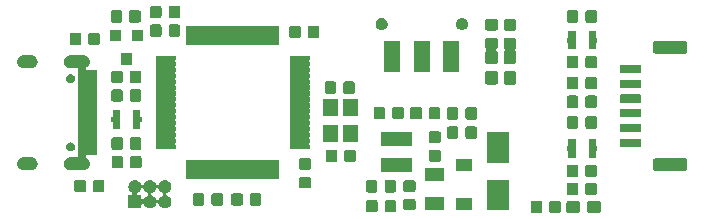
<source format=gbr>
G04 #@! TF.GenerationSoftware,KiCad,Pcbnew,(5.1.5)-3*
G04 #@! TF.CreationDate,2020-05-21T21:25:24+08:00*
G04 #@! TF.ProjectId,AdvancedSTLink,41647661-6e63-4656-9453-544c696e6b2e,rev?*
G04 #@! TF.SameCoordinates,Original*
G04 #@! TF.FileFunction,Soldermask,Top*
G04 #@! TF.FilePolarity,Negative*
%FSLAX46Y46*%
G04 Gerber Fmt 4.6, Leading zero omitted, Abs format (unit mm)*
G04 Created by KiCad (PCBNEW (5.1.5)-3) date 2020-05-21 21:25:24*
%MOMM*%
%LPD*%
G04 APERTURE LIST*
%ADD10C,0.100000*%
G04 APERTURE END LIST*
D10*
G36*
X202279699Y-114388045D02*
G01*
X202317195Y-114399420D01*
X202351754Y-114417892D01*
X202382047Y-114442753D01*
X202406908Y-114473046D01*
X202425380Y-114507605D01*
X202436755Y-114545101D01*
X202441200Y-114590238D01*
X202441200Y-115228962D01*
X202436755Y-115274099D01*
X202425380Y-115311595D01*
X202406908Y-115346154D01*
X202382047Y-115376447D01*
X202351754Y-115401308D01*
X202317195Y-115419780D01*
X202279699Y-115431155D01*
X202234562Y-115435600D01*
X201495838Y-115435600D01*
X201450701Y-115431155D01*
X201413205Y-115419780D01*
X201378646Y-115401308D01*
X201348353Y-115376447D01*
X201323492Y-115346154D01*
X201305020Y-115311595D01*
X201293645Y-115274099D01*
X201289200Y-115228962D01*
X201289200Y-114590238D01*
X201293645Y-114545101D01*
X201305020Y-114507605D01*
X201323492Y-114473046D01*
X201348353Y-114442753D01*
X201378646Y-114417892D01*
X201413205Y-114399420D01*
X201450701Y-114388045D01*
X201495838Y-114383600D01*
X202234562Y-114383600D01*
X202279699Y-114388045D01*
G37*
G36*
X200529699Y-114388045D02*
G01*
X200567195Y-114399420D01*
X200601754Y-114417892D01*
X200632047Y-114442753D01*
X200656908Y-114473046D01*
X200675380Y-114507605D01*
X200686755Y-114545101D01*
X200691200Y-114590238D01*
X200691200Y-115228962D01*
X200686755Y-115274099D01*
X200675380Y-115311595D01*
X200656908Y-115346154D01*
X200632047Y-115376447D01*
X200601754Y-115401308D01*
X200567195Y-115419780D01*
X200529699Y-115431155D01*
X200484562Y-115435600D01*
X199745838Y-115435600D01*
X199700701Y-115431155D01*
X199663205Y-115419780D01*
X199628646Y-115401308D01*
X199598353Y-115376447D01*
X199573492Y-115346154D01*
X199555020Y-115311595D01*
X199543645Y-115274099D01*
X199539200Y-115228962D01*
X199539200Y-114590238D01*
X199543645Y-114545101D01*
X199555020Y-114507605D01*
X199573492Y-114473046D01*
X199598353Y-114442753D01*
X199628646Y-114417892D01*
X199663205Y-114399420D01*
X199700701Y-114388045D01*
X199745838Y-114383600D01*
X200484562Y-114383600D01*
X200529699Y-114388045D01*
G37*
G36*
X198919391Y-114387685D02*
G01*
X198953369Y-114397993D01*
X198984690Y-114414734D01*
X199012139Y-114437261D01*
X199034666Y-114464710D01*
X199051407Y-114496031D01*
X199061715Y-114530009D01*
X199065800Y-114571490D01*
X199065800Y-115247710D01*
X199061715Y-115289191D01*
X199051407Y-115323169D01*
X199034666Y-115354490D01*
X199012139Y-115381939D01*
X198984690Y-115404466D01*
X198953369Y-115421207D01*
X198919391Y-115431515D01*
X198877910Y-115435600D01*
X198276690Y-115435600D01*
X198235209Y-115431515D01*
X198201231Y-115421207D01*
X198169910Y-115404466D01*
X198142461Y-115381939D01*
X198119934Y-115354490D01*
X198103193Y-115323169D01*
X198092885Y-115289191D01*
X198088800Y-115247710D01*
X198088800Y-114571490D01*
X198092885Y-114530009D01*
X198103193Y-114496031D01*
X198119934Y-114464710D01*
X198142461Y-114437261D01*
X198169910Y-114414734D01*
X198201231Y-114397993D01*
X198235209Y-114387685D01*
X198276690Y-114383600D01*
X198877910Y-114383600D01*
X198919391Y-114387685D01*
G37*
G36*
X197344391Y-114387685D02*
G01*
X197378369Y-114397993D01*
X197409690Y-114414734D01*
X197437139Y-114437261D01*
X197459666Y-114464710D01*
X197476407Y-114496031D01*
X197486715Y-114530009D01*
X197490800Y-114571490D01*
X197490800Y-115247710D01*
X197486715Y-115289191D01*
X197476407Y-115323169D01*
X197459666Y-115354490D01*
X197437139Y-115381939D01*
X197409690Y-115404466D01*
X197378369Y-115421207D01*
X197344391Y-115431515D01*
X197302910Y-115435600D01*
X196701690Y-115435600D01*
X196660209Y-115431515D01*
X196626231Y-115421207D01*
X196594910Y-115404466D01*
X196567461Y-115381939D01*
X196544934Y-115354490D01*
X196528193Y-115323169D01*
X196517885Y-115289191D01*
X196513800Y-115247710D01*
X196513800Y-114571490D01*
X196517885Y-114530009D01*
X196528193Y-114496031D01*
X196544934Y-114464710D01*
X196567461Y-114437261D01*
X196594910Y-114414734D01*
X196626231Y-114397993D01*
X196660209Y-114387685D01*
X196701690Y-114383600D01*
X197302910Y-114383600D01*
X197344391Y-114387685D01*
G37*
G36*
X183409851Y-114314025D02*
G01*
X183443829Y-114324333D01*
X183475150Y-114341074D01*
X183502599Y-114363601D01*
X183525126Y-114391050D01*
X183541867Y-114422371D01*
X183552175Y-114456349D01*
X183556260Y-114497830D01*
X183556260Y-115174050D01*
X183552175Y-115215531D01*
X183541867Y-115249509D01*
X183525126Y-115280830D01*
X183502599Y-115308279D01*
X183475150Y-115330806D01*
X183443829Y-115347547D01*
X183409851Y-115357855D01*
X183368370Y-115361940D01*
X182767150Y-115361940D01*
X182725669Y-115357855D01*
X182691691Y-115347547D01*
X182660370Y-115330806D01*
X182632921Y-115308279D01*
X182610394Y-115280830D01*
X182593653Y-115249509D01*
X182583345Y-115215531D01*
X182579260Y-115174050D01*
X182579260Y-114497830D01*
X182583345Y-114456349D01*
X182593653Y-114422371D01*
X182610394Y-114391050D01*
X182632921Y-114363601D01*
X182660370Y-114341074D01*
X182691691Y-114324333D01*
X182725669Y-114314025D01*
X182767150Y-114309940D01*
X183368370Y-114309940D01*
X183409851Y-114314025D01*
G37*
G36*
X184984851Y-114314025D02*
G01*
X185018829Y-114324333D01*
X185050150Y-114341074D01*
X185077599Y-114363601D01*
X185100126Y-114391050D01*
X185116867Y-114422371D01*
X185127175Y-114456349D01*
X185131260Y-114497830D01*
X185131260Y-115174050D01*
X185127175Y-115215531D01*
X185116867Y-115249509D01*
X185100126Y-115280830D01*
X185077599Y-115308279D01*
X185050150Y-115330806D01*
X185018829Y-115347547D01*
X184984851Y-115357855D01*
X184943370Y-115361940D01*
X184342150Y-115361940D01*
X184300669Y-115357855D01*
X184266691Y-115347547D01*
X184235370Y-115330806D01*
X184207921Y-115308279D01*
X184185394Y-115280830D01*
X184168653Y-115249509D01*
X184158345Y-115215531D01*
X184154260Y-115174050D01*
X184154260Y-114497830D01*
X184158345Y-114456349D01*
X184168653Y-114422371D01*
X184185394Y-114391050D01*
X184207921Y-114363601D01*
X184235370Y-114341074D01*
X184266691Y-114324333D01*
X184300669Y-114314025D01*
X184342150Y-114309940D01*
X184943370Y-114309940D01*
X184984851Y-114314025D01*
G37*
G36*
X194702200Y-115198160D02*
G01*
X192800200Y-115198160D01*
X192800200Y-112596160D01*
X194702200Y-112596160D01*
X194702200Y-115198160D01*
G37*
G36*
X186622551Y-114222085D02*
G01*
X186656529Y-114232393D01*
X186687850Y-114249134D01*
X186715299Y-114271661D01*
X186737826Y-114299110D01*
X186754567Y-114330431D01*
X186764875Y-114364409D01*
X186768960Y-114405890D01*
X186768960Y-115007110D01*
X186764875Y-115048591D01*
X186754567Y-115082569D01*
X186737826Y-115113890D01*
X186715299Y-115141339D01*
X186687850Y-115163866D01*
X186656529Y-115180607D01*
X186622551Y-115190915D01*
X186581070Y-115195000D01*
X185904850Y-115195000D01*
X185863369Y-115190915D01*
X185829391Y-115180607D01*
X185798070Y-115163866D01*
X185770621Y-115141339D01*
X185748094Y-115113890D01*
X185731353Y-115082569D01*
X185721045Y-115048591D01*
X185716960Y-115007110D01*
X185716960Y-114405890D01*
X185721045Y-114364409D01*
X185731353Y-114330431D01*
X185748094Y-114299110D01*
X185770621Y-114271661D01*
X185798070Y-114249134D01*
X185829391Y-114232393D01*
X185863369Y-114222085D01*
X185904850Y-114218000D01*
X186581070Y-114218000D01*
X186622551Y-114222085D01*
G37*
G36*
X189195340Y-115186600D02*
G01*
X187593340Y-115186600D01*
X187593340Y-114084600D01*
X189195340Y-114084600D01*
X189195340Y-115186600D01*
G37*
G36*
X191524380Y-115158140D02*
G01*
X190222380Y-115158140D01*
X190222380Y-114156140D01*
X191524380Y-114156140D01*
X191524380Y-115158140D01*
G37*
G36*
X163152521Y-112652574D02*
G01*
X163252795Y-112694109D01*
X163284795Y-112715491D01*
X163343042Y-112754410D01*
X163419790Y-112831158D01*
X163419791Y-112831160D01*
X163480091Y-112921405D01*
X163511316Y-112996789D01*
X163522867Y-113018400D01*
X163538412Y-113037341D01*
X163557354Y-113052887D01*
X163578965Y-113064438D01*
X163602414Y-113071551D01*
X163626800Y-113073953D01*
X163651186Y-113071551D01*
X163674635Y-113064438D01*
X163696246Y-113052887D01*
X163715187Y-113037342D01*
X163730733Y-113018400D01*
X163742284Y-112996789D01*
X163773509Y-112921405D01*
X163833809Y-112831160D01*
X163833810Y-112831158D01*
X163910558Y-112754410D01*
X163968805Y-112715491D01*
X164000805Y-112694109D01*
X164101079Y-112652574D01*
X164207530Y-112631400D01*
X164316070Y-112631400D01*
X164422521Y-112652574D01*
X164522795Y-112694109D01*
X164554795Y-112715491D01*
X164613042Y-112754410D01*
X164689790Y-112831158D01*
X164689791Y-112831160D01*
X164750091Y-112921405D01*
X164781316Y-112996789D01*
X164792867Y-113018400D01*
X164808412Y-113037341D01*
X164827354Y-113052887D01*
X164848965Y-113064438D01*
X164872414Y-113071551D01*
X164896800Y-113073953D01*
X164921186Y-113071551D01*
X164944635Y-113064438D01*
X164966246Y-113052887D01*
X164985187Y-113037342D01*
X165000733Y-113018400D01*
X165012284Y-112996789D01*
X165043509Y-112921405D01*
X165103809Y-112831160D01*
X165103810Y-112831158D01*
X165180558Y-112754410D01*
X165238805Y-112715491D01*
X165270805Y-112694109D01*
X165371079Y-112652574D01*
X165477530Y-112631400D01*
X165586070Y-112631400D01*
X165692521Y-112652574D01*
X165792795Y-112694109D01*
X165824795Y-112715491D01*
X165883042Y-112754410D01*
X165959790Y-112831158D01*
X165959791Y-112831160D01*
X166020091Y-112921405D01*
X166061626Y-113021679D01*
X166082800Y-113128130D01*
X166082800Y-113236670D01*
X166061626Y-113343121D01*
X166020091Y-113443395D01*
X165990145Y-113488212D01*
X165959790Y-113533642D01*
X165883042Y-113610390D01*
X165862784Y-113623926D01*
X165792795Y-113670691D01*
X165717411Y-113701916D01*
X165695800Y-113713467D01*
X165676859Y-113729012D01*
X165661313Y-113747954D01*
X165649762Y-113769565D01*
X165642649Y-113793014D01*
X165640247Y-113817400D01*
X165642649Y-113841786D01*
X165649762Y-113865235D01*
X165661313Y-113886846D01*
X165676858Y-113905787D01*
X165695800Y-113921333D01*
X165717411Y-113932884D01*
X165792795Y-113964109D01*
X165792796Y-113964110D01*
X165883042Y-114024410D01*
X165959790Y-114101158D01*
X165959791Y-114101160D01*
X166020091Y-114191405D01*
X166061626Y-114291679D01*
X166082800Y-114398130D01*
X166082800Y-114506670D01*
X166061626Y-114613121D01*
X166020091Y-114713395D01*
X166020090Y-114713396D01*
X165959790Y-114803642D01*
X165883042Y-114880390D01*
X165837612Y-114910745D01*
X165792795Y-114940691D01*
X165692521Y-114982226D01*
X165586070Y-115003400D01*
X165477530Y-115003400D01*
X165371079Y-114982226D01*
X165270805Y-114940691D01*
X165225988Y-114910745D01*
X165180558Y-114880390D01*
X165103810Y-114803642D01*
X165043510Y-114713396D01*
X165043509Y-114713395D01*
X165012284Y-114638011D01*
X165000733Y-114616400D01*
X164985188Y-114597459D01*
X164966246Y-114581913D01*
X164944635Y-114570362D01*
X164921186Y-114563249D01*
X164896800Y-114560847D01*
X164872414Y-114563249D01*
X164848965Y-114570362D01*
X164827354Y-114581913D01*
X164808413Y-114597458D01*
X164792867Y-114616400D01*
X164781316Y-114638011D01*
X164750091Y-114713395D01*
X164750090Y-114713396D01*
X164689790Y-114803642D01*
X164613042Y-114880390D01*
X164567612Y-114910745D01*
X164522795Y-114940691D01*
X164422521Y-114982226D01*
X164316070Y-115003400D01*
X164207530Y-115003400D01*
X164101079Y-114982226D01*
X164000805Y-114940691D01*
X163955988Y-114910745D01*
X163910558Y-114880390D01*
X163833810Y-114803642D01*
X163804186Y-114759306D01*
X163771732Y-114710736D01*
X163756186Y-114691794D01*
X163737244Y-114676249D01*
X163715633Y-114664698D01*
X163692185Y-114657585D01*
X163667798Y-114655183D01*
X163643412Y-114657585D01*
X163619963Y-114664698D01*
X163598353Y-114676249D01*
X163579411Y-114691795D01*
X163563866Y-114710737D01*
X163552315Y-114732348D01*
X163545202Y-114755796D01*
X163542800Y-114780182D01*
X163542800Y-115003400D01*
X162440800Y-115003400D01*
X162440800Y-113901400D01*
X162664018Y-113901400D01*
X162688404Y-113898998D01*
X162711853Y-113891885D01*
X162733464Y-113880334D01*
X162752406Y-113864789D01*
X162767951Y-113845847D01*
X162779502Y-113824236D01*
X162786615Y-113800787D01*
X162789016Y-113776402D01*
X163194583Y-113776402D01*
X163196985Y-113800788D01*
X163204098Y-113824237D01*
X163215649Y-113845847D01*
X163231195Y-113864789D01*
X163250137Y-113880334D01*
X163271748Y-113891885D01*
X163295196Y-113898998D01*
X163319582Y-113901400D01*
X163542800Y-113901400D01*
X163542800Y-114124618D01*
X163545202Y-114149004D01*
X163552315Y-114172453D01*
X163563866Y-114194064D01*
X163579411Y-114213006D01*
X163598353Y-114228551D01*
X163619964Y-114240102D01*
X163643413Y-114247215D01*
X163667799Y-114249617D01*
X163692185Y-114247215D01*
X163715634Y-114240102D01*
X163737245Y-114228551D01*
X163756187Y-114213006D01*
X163771732Y-114194064D01*
X163833809Y-114101160D01*
X163833810Y-114101158D01*
X163910558Y-114024410D01*
X164000804Y-113964110D01*
X164000805Y-113964109D01*
X164076189Y-113932884D01*
X164097800Y-113921333D01*
X164116741Y-113905788D01*
X164132287Y-113886846D01*
X164143838Y-113865235D01*
X164150951Y-113841786D01*
X164153353Y-113817400D01*
X164370247Y-113817400D01*
X164372649Y-113841786D01*
X164379762Y-113865235D01*
X164391313Y-113886846D01*
X164406858Y-113905787D01*
X164425800Y-113921333D01*
X164447411Y-113932884D01*
X164522795Y-113964109D01*
X164522796Y-113964110D01*
X164613042Y-114024410D01*
X164689790Y-114101158D01*
X164689791Y-114101160D01*
X164750091Y-114191405D01*
X164781316Y-114266789D01*
X164792867Y-114288400D01*
X164808412Y-114307341D01*
X164827354Y-114322887D01*
X164848965Y-114334438D01*
X164872414Y-114341551D01*
X164896800Y-114343953D01*
X164921186Y-114341551D01*
X164944635Y-114334438D01*
X164966246Y-114322887D01*
X164985187Y-114307342D01*
X165000733Y-114288400D01*
X165012284Y-114266789D01*
X165043509Y-114191405D01*
X165103809Y-114101160D01*
X165103810Y-114101158D01*
X165180558Y-114024410D01*
X165270804Y-113964110D01*
X165270805Y-113964109D01*
X165346189Y-113932884D01*
X165367800Y-113921333D01*
X165386741Y-113905788D01*
X165402287Y-113886846D01*
X165413838Y-113865235D01*
X165420951Y-113841786D01*
X165423353Y-113817400D01*
X165420951Y-113793014D01*
X165413838Y-113769565D01*
X165402287Y-113747954D01*
X165386742Y-113729013D01*
X165367800Y-113713467D01*
X165346189Y-113701916D01*
X165270805Y-113670691D01*
X165200816Y-113623926D01*
X165180558Y-113610390D01*
X165103810Y-113533642D01*
X165073455Y-113488212D01*
X165043509Y-113443395D01*
X165012284Y-113368011D01*
X165000733Y-113346400D01*
X164985188Y-113327459D01*
X164966246Y-113311913D01*
X164944635Y-113300362D01*
X164921186Y-113293249D01*
X164896800Y-113290847D01*
X164872414Y-113293249D01*
X164848965Y-113300362D01*
X164827354Y-113311913D01*
X164808413Y-113327458D01*
X164792867Y-113346400D01*
X164781316Y-113368011D01*
X164750091Y-113443395D01*
X164720145Y-113488212D01*
X164689790Y-113533642D01*
X164613042Y-113610390D01*
X164592784Y-113623926D01*
X164522795Y-113670691D01*
X164447411Y-113701916D01*
X164425800Y-113713467D01*
X164406859Y-113729012D01*
X164391313Y-113747954D01*
X164379762Y-113769565D01*
X164372649Y-113793014D01*
X164370247Y-113817400D01*
X164153353Y-113817400D01*
X164150951Y-113793014D01*
X164143838Y-113769565D01*
X164132287Y-113747954D01*
X164116742Y-113729013D01*
X164097800Y-113713467D01*
X164076189Y-113701916D01*
X164000805Y-113670691D01*
X163930816Y-113623926D01*
X163910558Y-113610390D01*
X163833810Y-113533642D01*
X163803455Y-113488212D01*
X163773509Y-113443395D01*
X163742284Y-113368011D01*
X163730733Y-113346400D01*
X163715188Y-113327459D01*
X163696246Y-113311913D01*
X163674635Y-113300362D01*
X163651186Y-113293249D01*
X163626800Y-113290847D01*
X163602414Y-113293249D01*
X163578965Y-113300362D01*
X163557354Y-113311913D01*
X163538413Y-113327458D01*
X163522867Y-113346400D01*
X163511316Y-113368011D01*
X163480091Y-113443395D01*
X163450145Y-113488212D01*
X163419790Y-113533642D01*
X163343042Y-113610390D01*
X163322784Y-113623926D01*
X163250136Y-113672468D01*
X163231194Y-113688014D01*
X163215649Y-113706956D01*
X163204098Y-113728567D01*
X163196985Y-113752015D01*
X163194583Y-113776402D01*
X162789016Y-113776402D01*
X162789017Y-113776401D01*
X162786615Y-113752015D01*
X162779502Y-113728566D01*
X162767951Y-113706955D01*
X162752406Y-113688013D01*
X162733464Y-113672468D01*
X162660816Y-113623926D01*
X162640558Y-113610390D01*
X162563810Y-113533642D01*
X162533455Y-113488212D01*
X162503509Y-113443395D01*
X162461974Y-113343121D01*
X162440800Y-113236670D01*
X162440800Y-113128130D01*
X162461974Y-113021679D01*
X162503509Y-112921405D01*
X162563809Y-112831160D01*
X162563810Y-112831158D01*
X162640558Y-112754410D01*
X162698805Y-112715491D01*
X162730805Y-112694109D01*
X162831079Y-112652574D01*
X162937530Y-112631400D01*
X163046070Y-112631400D01*
X163152521Y-112652574D01*
G37*
G36*
X170316451Y-113742525D02*
G01*
X170350429Y-113752833D01*
X170381750Y-113769574D01*
X170409199Y-113792101D01*
X170431726Y-113819550D01*
X170448467Y-113850871D01*
X170458775Y-113884849D01*
X170462860Y-113926330D01*
X170462860Y-114602550D01*
X170458775Y-114644031D01*
X170448467Y-114678009D01*
X170431726Y-114709330D01*
X170409199Y-114736779D01*
X170381750Y-114759306D01*
X170350429Y-114776047D01*
X170316451Y-114786355D01*
X170274970Y-114790440D01*
X169673750Y-114790440D01*
X169632269Y-114786355D01*
X169598291Y-114776047D01*
X169566970Y-114759306D01*
X169539521Y-114736779D01*
X169516994Y-114709330D01*
X169500253Y-114678009D01*
X169489945Y-114644031D01*
X169485860Y-114602550D01*
X169485860Y-113926330D01*
X169489945Y-113884849D01*
X169500253Y-113850871D01*
X169516994Y-113819550D01*
X169539521Y-113792101D01*
X169566970Y-113769574D01*
X169598291Y-113752833D01*
X169632269Y-113742525D01*
X169673750Y-113738440D01*
X170274970Y-113738440D01*
X170316451Y-113742525D01*
G37*
G36*
X168741451Y-113742525D02*
G01*
X168775429Y-113752833D01*
X168806750Y-113769574D01*
X168834199Y-113792101D01*
X168856726Y-113819550D01*
X168873467Y-113850871D01*
X168883775Y-113884849D01*
X168887860Y-113926330D01*
X168887860Y-114602550D01*
X168883775Y-114644031D01*
X168873467Y-114678009D01*
X168856726Y-114709330D01*
X168834199Y-114736779D01*
X168806750Y-114759306D01*
X168775429Y-114776047D01*
X168741451Y-114786355D01*
X168699970Y-114790440D01*
X168098750Y-114790440D01*
X168057269Y-114786355D01*
X168023291Y-114776047D01*
X167991970Y-114759306D01*
X167964521Y-114736779D01*
X167941994Y-114709330D01*
X167925253Y-114678009D01*
X167914945Y-114644031D01*
X167910860Y-114602550D01*
X167910860Y-113926330D01*
X167914945Y-113884849D01*
X167925253Y-113850871D01*
X167941994Y-113819550D01*
X167964521Y-113792101D01*
X167991970Y-113769574D01*
X168023291Y-113752833D01*
X168057269Y-113742525D01*
X168098750Y-113738440D01*
X168699970Y-113738440D01*
X168741451Y-113742525D01*
G37*
G36*
X171990111Y-113742525D02*
G01*
X172024089Y-113752833D01*
X172055410Y-113769574D01*
X172082859Y-113792101D01*
X172105386Y-113819550D01*
X172122127Y-113850871D01*
X172132435Y-113884849D01*
X172136520Y-113926330D01*
X172136520Y-114602550D01*
X172132435Y-114644031D01*
X172122127Y-114678009D01*
X172105386Y-114709330D01*
X172082859Y-114736779D01*
X172055410Y-114759306D01*
X172024089Y-114776047D01*
X171990111Y-114786355D01*
X171948630Y-114790440D01*
X171347410Y-114790440D01*
X171305929Y-114786355D01*
X171271951Y-114776047D01*
X171240630Y-114759306D01*
X171213181Y-114736779D01*
X171190654Y-114709330D01*
X171173913Y-114678009D01*
X171163605Y-114644031D01*
X171159520Y-114602550D01*
X171159520Y-113926330D01*
X171163605Y-113884849D01*
X171173913Y-113850871D01*
X171190654Y-113819550D01*
X171213181Y-113792101D01*
X171240630Y-113769574D01*
X171271951Y-113752833D01*
X171305929Y-113742525D01*
X171347410Y-113738440D01*
X171948630Y-113738440D01*
X171990111Y-113742525D01*
G37*
G36*
X173565111Y-113742525D02*
G01*
X173599089Y-113752833D01*
X173630410Y-113769574D01*
X173657859Y-113792101D01*
X173680386Y-113819550D01*
X173697127Y-113850871D01*
X173707435Y-113884849D01*
X173711520Y-113926330D01*
X173711520Y-114602550D01*
X173707435Y-114644031D01*
X173697127Y-114678009D01*
X173680386Y-114709330D01*
X173657859Y-114736779D01*
X173630410Y-114759306D01*
X173599089Y-114776047D01*
X173565111Y-114786355D01*
X173523630Y-114790440D01*
X172922410Y-114790440D01*
X172880929Y-114786355D01*
X172846951Y-114776047D01*
X172815630Y-114759306D01*
X172788181Y-114736779D01*
X172765654Y-114709330D01*
X172748913Y-114678009D01*
X172738605Y-114644031D01*
X172734520Y-114602550D01*
X172734520Y-113926330D01*
X172738605Y-113884849D01*
X172748913Y-113850871D01*
X172765654Y-113819550D01*
X172788181Y-113792101D01*
X172815630Y-113769574D01*
X172846951Y-113752833D01*
X172880929Y-113742525D01*
X172922410Y-113738440D01*
X173523630Y-113738440D01*
X173565111Y-113742525D01*
G37*
G36*
X200392391Y-112863685D02*
G01*
X200426369Y-112873993D01*
X200457690Y-112890734D01*
X200485139Y-112913261D01*
X200507666Y-112940710D01*
X200524407Y-112972031D01*
X200534715Y-113006009D01*
X200538800Y-113047490D01*
X200538800Y-113723710D01*
X200534715Y-113765191D01*
X200524407Y-113799169D01*
X200507666Y-113830490D01*
X200485139Y-113857939D01*
X200457690Y-113880466D01*
X200426369Y-113897207D01*
X200392391Y-113907515D01*
X200350910Y-113911600D01*
X199749690Y-113911600D01*
X199708209Y-113907515D01*
X199674231Y-113897207D01*
X199642910Y-113880466D01*
X199615461Y-113857939D01*
X199592934Y-113830490D01*
X199576193Y-113799169D01*
X199565885Y-113765191D01*
X199561800Y-113723710D01*
X199561800Y-113047490D01*
X199565885Y-113006009D01*
X199576193Y-112972031D01*
X199592934Y-112940710D01*
X199615461Y-112913261D01*
X199642910Y-112890734D01*
X199674231Y-112873993D01*
X199708209Y-112863685D01*
X199749690Y-112859600D01*
X200350910Y-112859600D01*
X200392391Y-112863685D01*
G37*
G36*
X201967391Y-112863685D02*
G01*
X202001369Y-112873993D01*
X202032690Y-112890734D01*
X202060139Y-112913261D01*
X202082666Y-112940710D01*
X202099407Y-112972031D01*
X202109715Y-113006009D01*
X202113800Y-113047490D01*
X202113800Y-113723710D01*
X202109715Y-113765191D01*
X202099407Y-113799169D01*
X202082666Y-113830490D01*
X202060139Y-113857939D01*
X202032690Y-113880466D01*
X202001369Y-113897207D01*
X201967391Y-113907515D01*
X201925910Y-113911600D01*
X201324690Y-113911600D01*
X201283209Y-113907515D01*
X201249231Y-113897207D01*
X201217910Y-113880466D01*
X201190461Y-113857939D01*
X201167934Y-113830490D01*
X201151193Y-113799169D01*
X201140885Y-113765191D01*
X201136800Y-113723710D01*
X201136800Y-113047490D01*
X201140885Y-113006009D01*
X201151193Y-112972031D01*
X201167934Y-112940710D01*
X201190461Y-112913261D01*
X201217910Y-112890734D01*
X201249231Y-112873993D01*
X201283209Y-112863685D01*
X201324690Y-112859600D01*
X201925910Y-112859600D01*
X201967391Y-112863685D01*
G37*
G36*
X183392171Y-112640165D02*
G01*
X183426149Y-112650473D01*
X183457470Y-112667214D01*
X183484919Y-112689741D01*
X183507446Y-112717190D01*
X183524187Y-112748511D01*
X183534495Y-112782489D01*
X183538580Y-112823970D01*
X183538580Y-113500190D01*
X183534495Y-113541671D01*
X183524187Y-113575649D01*
X183507446Y-113606970D01*
X183484919Y-113634419D01*
X183457470Y-113656946D01*
X183426149Y-113673687D01*
X183392171Y-113683995D01*
X183350690Y-113688080D01*
X182749470Y-113688080D01*
X182707989Y-113683995D01*
X182674011Y-113673687D01*
X182642690Y-113656946D01*
X182615241Y-113634419D01*
X182592714Y-113606970D01*
X182575973Y-113575649D01*
X182565665Y-113541671D01*
X182561580Y-113500190D01*
X182561580Y-112823970D01*
X182565665Y-112782489D01*
X182575973Y-112748511D01*
X182592714Y-112717190D01*
X182615241Y-112689741D01*
X182642690Y-112667214D01*
X182674011Y-112650473D01*
X182707989Y-112640165D01*
X182749470Y-112636080D01*
X183350690Y-112636080D01*
X183392171Y-112640165D01*
G37*
G36*
X184967171Y-112640165D02*
G01*
X185001149Y-112650473D01*
X185032470Y-112667214D01*
X185059919Y-112689741D01*
X185082446Y-112717190D01*
X185099187Y-112748511D01*
X185109495Y-112782489D01*
X185113580Y-112823970D01*
X185113580Y-113500190D01*
X185109495Y-113541671D01*
X185099187Y-113575649D01*
X185082446Y-113606970D01*
X185059919Y-113634419D01*
X185032470Y-113656946D01*
X185001149Y-113673687D01*
X184967171Y-113683995D01*
X184925690Y-113688080D01*
X184324470Y-113688080D01*
X184282989Y-113683995D01*
X184249011Y-113673687D01*
X184217690Y-113656946D01*
X184190241Y-113634419D01*
X184167714Y-113606970D01*
X184150973Y-113575649D01*
X184140665Y-113541671D01*
X184136580Y-113500190D01*
X184136580Y-112823970D01*
X184140665Y-112782489D01*
X184150973Y-112748511D01*
X184167714Y-112717190D01*
X184190241Y-112689741D01*
X184217690Y-112667214D01*
X184249011Y-112650473D01*
X184282989Y-112640165D01*
X184324470Y-112636080D01*
X184925690Y-112636080D01*
X184967171Y-112640165D01*
G37*
G36*
X160280911Y-112607145D02*
G01*
X160314889Y-112617453D01*
X160346210Y-112634194D01*
X160373659Y-112656721D01*
X160396186Y-112684170D01*
X160412927Y-112715491D01*
X160423235Y-112749469D01*
X160427320Y-112790950D01*
X160427320Y-113467170D01*
X160423235Y-113508651D01*
X160412927Y-113542629D01*
X160396186Y-113573950D01*
X160373659Y-113601399D01*
X160346210Y-113623926D01*
X160314889Y-113640667D01*
X160280911Y-113650975D01*
X160239430Y-113655060D01*
X159638210Y-113655060D01*
X159596729Y-113650975D01*
X159562751Y-113640667D01*
X159531430Y-113623926D01*
X159503981Y-113601399D01*
X159481454Y-113573950D01*
X159464713Y-113542629D01*
X159454405Y-113508651D01*
X159450320Y-113467170D01*
X159450320Y-112790950D01*
X159454405Y-112749469D01*
X159464713Y-112715491D01*
X159481454Y-112684170D01*
X159503981Y-112656721D01*
X159531430Y-112634194D01*
X159562751Y-112617453D01*
X159596729Y-112607145D01*
X159638210Y-112603060D01*
X160239430Y-112603060D01*
X160280911Y-112607145D01*
G37*
G36*
X158705911Y-112607145D02*
G01*
X158739889Y-112617453D01*
X158771210Y-112634194D01*
X158798659Y-112656721D01*
X158821186Y-112684170D01*
X158837927Y-112715491D01*
X158848235Y-112749469D01*
X158852320Y-112790950D01*
X158852320Y-113467170D01*
X158848235Y-113508651D01*
X158837927Y-113542629D01*
X158821186Y-113573950D01*
X158798659Y-113601399D01*
X158771210Y-113623926D01*
X158739889Y-113640667D01*
X158705911Y-113650975D01*
X158664430Y-113655060D01*
X158063210Y-113655060D01*
X158021729Y-113650975D01*
X157987751Y-113640667D01*
X157956430Y-113623926D01*
X157928981Y-113601399D01*
X157906454Y-113573950D01*
X157889713Y-113542629D01*
X157879405Y-113508651D01*
X157875320Y-113467170D01*
X157875320Y-112790950D01*
X157879405Y-112749469D01*
X157889713Y-112715491D01*
X157906454Y-112684170D01*
X157928981Y-112656721D01*
X157956430Y-112634194D01*
X157987751Y-112617453D01*
X158021729Y-112607145D01*
X158063210Y-112603060D01*
X158664430Y-112603060D01*
X158705911Y-112607145D01*
G37*
G36*
X186622551Y-112647085D02*
G01*
X186656529Y-112657393D01*
X186687850Y-112674134D01*
X186715299Y-112696661D01*
X186737826Y-112724110D01*
X186754567Y-112755431D01*
X186764875Y-112789409D01*
X186768960Y-112830890D01*
X186768960Y-113432110D01*
X186764875Y-113473591D01*
X186754567Y-113507569D01*
X186737826Y-113538890D01*
X186715299Y-113566339D01*
X186687850Y-113588866D01*
X186656529Y-113605607D01*
X186622551Y-113615915D01*
X186581070Y-113620000D01*
X185904850Y-113620000D01*
X185863369Y-113615915D01*
X185829391Y-113605607D01*
X185798070Y-113588866D01*
X185770621Y-113566339D01*
X185748094Y-113538890D01*
X185731353Y-113507569D01*
X185721045Y-113473591D01*
X185716960Y-113432110D01*
X185716960Y-112830890D01*
X185721045Y-112789409D01*
X185731353Y-112755431D01*
X185748094Y-112724110D01*
X185770621Y-112696661D01*
X185798070Y-112674134D01*
X185829391Y-112657393D01*
X185863369Y-112647085D01*
X185904850Y-112643000D01*
X186581070Y-112643000D01*
X186622551Y-112647085D01*
G37*
G36*
X177773191Y-112367885D02*
G01*
X177807169Y-112378193D01*
X177838490Y-112394934D01*
X177865939Y-112417461D01*
X177888466Y-112444910D01*
X177905207Y-112476231D01*
X177915515Y-112510209D01*
X177919600Y-112551690D01*
X177919600Y-113152910D01*
X177915515Y-113194391D01*
X177905207Y-113228369D01*
X177888466Y-113259690D01*
X177865939Y-113287139D01*
X177838490Y-113309666D01*
X177807169Y-113326407D01*
X177773191Y-113336715D01*
X177731710Y-113340800D01*
X177055490Y-113340800D01*
X177014009Y-113336715D01*
X176980031Y-113326407D01*
X176948710Y-113309666D01*
X176921261Y-113287139D01*
X176898734Y-113259690D01*
X176881993Y-113228369D01*
X176871685Y-113194391D01*
X176867600Y-113152910D01*
X176867600Y-112551690D01*
X176871685Y-112510209D01*
X176881993Y-112476231D01*
X176898734Y-112444910D01*
X176921261Y-112417461D01*
X176948710Y-112394934D01*
X176980031Y-112378193D01*
X177014009Y-112367885D01*
X177055490Y-112363800D01*
X177731710Y-112363800D01*
X177773191Y-112367885D01*
G37*
G36*
X189195340Y-112686600D02*
G01*
X187593340Y-112686600D01*
X187593340Y-111584600D01*
X189195340Y-111584600D01*
X189195340Y-112686600D01*
G37*
G36*
X167710275Y-110897863D02*
G01*
X167717289Y-110899991D01*
X167731057Y-110907350D01*
X167753696Y-110916727D01*
X167777729Y-110921507D01*
X167802233Y-110921507D01*
X167826266Y-110916726D01*
X167848903Y-110907350D01*
X167862671Y-110899991D01*
X167869685Y-110897863D01*
X167883120Y-110896540D01*
X168196840Y-110896540D01*
X168210275Y-110897863D01*
X168217289Y-110899991D01*
X168231057Y-110907350D01*
X168253696Y-110916727D01*
X168277729Y-110921507D01*
X168302233Y-110921507D01*
X168326266Y-110916726D01*
X168348903Y-110907350D01*
X168362671Y-110899991D01*
X168369685Y-110897863D01*
X168383120Y-110896540D01*
X168696840Y-110896540D01*
X168710275Y-110897863D01*
X168717289Y-110899991D01*
X168731057Y-110907350D01*
X168753696Y-110916727D01*
X168777729Y-110921507D01*
X168802233Y-110921507D01*
X168826266Y-110916726D01*
X168848903Y-110907350D01*
X168862671Y-110899991D01*
X168869685Y-110897863D01*
X168883120Y-110896540D01*
X169196840Y-110896540D01*
X169210275Y-110897863D01*
X169217289Y-110899991D01*
X169231057Y-110907350D01*
X169253696Y-110916727D01*
X169277729Y-110921507D01*
X169302233Y-110921507D01*
X169326266Y-110916726D01*
X169348903Y-110907350D01*
X169362671Y-110899991D01*
X169369685Y-110897863D01*
X169383120Y-110896540D01*
X169696840Y-110896540D01*
X169710275Y-110897863D01*
X169717289Y-110899991D01*
X169731057Y-110907350D01*
X169753696Y-110916727D01*
X169777729Y-110921507D01*
X169802233Y-110921507D01*
X169826266Y-110916726D01*
X169848903Y-110907350D01*
X169862671Y-110899991D01*
X169869685Y-110897863D01*
X169883120Y-110896540D01*
X170196840Y-110896540D01*
X170210275Y-110897863D01*
X170217289Y-110899991D01*
X170231057Y-110907350D01*
X170253696Y-110916727D01*
X170277729Y-110921507D01*
X170302233Y-110921507D01*
X170326266Y-110916726D01*
X170348903Y-110907350D01*
X170362671Y-110899991D01*
X170369685Y-110897863D01*
X170383120Y-110896540D01*
X170696840Y-110896540D01*
X170710275Y-110897863D01*
X170717289Y-110899991D01*
X170731057Y-110907350D01*
X170753696Y-110916727D01*
X170777729Y-110921507D01*
X170802233Y-110921507D01*
X170826266Y-110916726D01*
X170848903Y-110907350D01*
X170862671Y-110899991D01*
X170869685Y-110897863D01*
X170883120Y-110896540D01*
X171196840Y-110896540D01*
X171210275Y-110897863D01*
X171217289Y-110899991D01*
X171231057Y-110907350D01*
X171253696Y-110916727D01*
X171277729Y-110921507D01*
X171302233Y-110921507D01*
X171326266Y-110916726D01*
X171348903Y-110907350D01*
X171362671Y-110899991D01*
X171369685Y-110897863D01*
X171383120Y-110896540D01*
X171696840Y-110896540D01*
X171710275Y-110897863D01*
X171717289Y-110899991D01*
X171731057Y-110907350D01*
X171753696Y-110916727D01*
X171777729Y-110921507D01*
X171802233Y-110921507D01*
X171826266Y-110916726D01*
X171848903Y-110907350D01*
X171862671Y-110899991D01*
X171869685Y-110897863D01*
X171883120Y-110896540D01*
X172196840Y-110896540D01*
X172210275Y-110897863D01*
X172217289Y-110899991D01*
X172231057Y-110907350D01*
X172253696Y-110916727D01*
X172277729Y-110921507D01*
X172302233Y-110921507D01*
X172326266Y-110916726D01*
X172348903Y-110907350D01*
X172362671Y-110899991D01*
X172369685Y-110897863D01*
X172383120Y-110896540D01*
X172696840Y-110896540D01*
X172710275Y-110897863D01*
X172717289Y-110899991D01*
X172731057Y-110907350D01*
X172753696Y-110916727D01*
X172777729Y-110921507D01*
X172802233Y-110921507D01*
X172826266Y-110916726D01*
X172848903Y-110907350D01*
X172862671Y-110899991D01*
X172869685Y-110897863D01*
X172883120Y-110896540D01*
X173196840Y-110896540D01*
X173210275Y-110897863D01*
X173217289Y-110899991D01*
X173231057Y-110907350D01*
X173253696Y-110916727D01*
X173277729Y-110921507D01*
X173302233Y-110921507D01*
X173326266Y-110916726D01*
X173348903Y-110907350D01*
X173362671Y-110899991D01*
X173369685Y-110897863D01*
X173383120Y-110896540D01*
X173696840Y-110896540D01*
X173710275Y-110897863D01*
X173717289Y-110899991D01*
X173731057Y-110907350D01*
X173753696Y-110916727D01*
X173777729Y-110921507D01*
X173802233Y-110921507D01*
X173826266Y-110916726D01*
X173848903Y-110907350D01*
X173862671Y-110899991D01*
X173869685Y-110897863D01*
X173883120Y-110896540D01*
X174196840Y-110896540D01*
X174210275Y-110897863D01*
X174217289Y-110899991D01*
X174231057Y-110907350D01*
X174253696Y-110916727D01*
X174277729Y-110921507D01*
X174302233Y-110921507D01*
X174326266Y-110916726D01*
X174348903Y-110907350D01*
X174362671Y-110899991D01*
X174369685Y-110897863D01*
X174383120Y-110896540D01*
X174696840Y-110896540D01*
X174710275Y-110897863D01*
X174717289Y-110899991D01*
X174731057Y-110907350D01*
X174753696Y-110916727D01*
X174777729Y-110921507D01*
X174802233Y-110921507D01*
X174826266Y-110916726D01*
X174848903Y-110907350D01*
X174862671Y-110899991D01*
X174869685Y-110897863D01*
X174883120Y-110896540D01*
X175196840Y-110896540D01*
X175210275Y-110897863D01*
X175217290Y-110899991D01*
X175223756Y-110903448D01*
X175229422Y-110908098D01*
X175234072Y-110913764D01*
X175237529Y-110920230D01*
X175239657Y-110927245D01*
X175240980Y-110940680D01*
X175240980Y-112504400D01*
X175239657Y-112517835D01*
X175237529Y-112524850D01*
X175234072Y-112531316D01*
X175229422Y-112536982D01*
X175223756Y-112541632D01*
X175217290Y-112545089D01*
X175210275Y-112547217D01*
X175196840Y-112548540D01*
X174883120Y-112548540D01*
X174869685Y-112547217D01*
X174862671Y-112545089D01*
X174848903Y-112537730D01*
X174826264Y-112528353D01*
X174802231Y-112523573D01*
X174777727Y-112523573D01*
X174753694Y-112528354D01*
X174731057Y-112537730D01*
X174717289Y-112545089D01*
X174710275Y-112547217D01*
X174696840Y-112548540D01*
X174383120Y-112548540D01*
X174369685Y-112547217D01*
X174362671Y-112545089D01*
X174348903Y-112537730D01*
X174326264Y-112528353D01*
X174302231Y-112523573D01*
X174277727Y-112523573D01*
X174253694Y-112528354D01*
X174231057Y-112537730D01*
X174217289Y-112545089D01*
X174210275Y-112547217D01*
X174196840Y-112548540D01*
X173883120Y-112548540D01*
X173869685Y-112547217D01*
X173862671Y-112545089D01*
X173848903Y-112537730D01*
X173826264Y-112528353D01*
X173802231Y-112523573D01*
X173777727Y-112523573D01*
X173753694Y-112528354D01*
X173731057Y-112537730D01*
X173717289Y-112545089D01*
X173710275Y-112547217D01*
X173696840Y-112548540D01*
X173383120Y-112548540D01*
X173369685Y-112547217D01*
X173362671Y-112545089D01*
X173348903Y-112537730D01*
X173326264Y-112528353D01*
X173302231Y-112523573D01*
X173277727Y-112523573D01*
X173253694Y-112528354D01*
X173231057Y-112537730D01*
X173217289Y-112545089D01*
X173210275Y-112547217D01*
X173196840Y-112548540D01*
X172883120Y-112548540D01*
X172869685Y-112547217D01*
X172862671Y-112545089D01*
X172848903Y-112537730D01*
X172826264Y-112528353D01*
X172802231Y-112523573D01*
X172777727Y-112523573D01*
X172753694Y-112528354D01*
X172731057Y-112537730D01*
X172717289Y-112545089D01*
X172710275Y-112547217D01*
X172696840Y-112548540D01*
X172383120Y-112548540D01*
X172369685Y-112547217D01*
X172362671Y-112545089D01*
X172348903Y-112537730D01*
X172326264Y-112528353D01*
X172302231Y-112523573D01*
X172277727Y-112523573D01*
X172253694Y-112528354D01*
X172231057Y-112537730D01*
X172217289Y-112545089D01*
X172210275Y-112547217D01*
X172196840Y-112548540D01*
X171883120Y-112548540D01*
X171869685Y-112547217D01*
X171862671Y-112545089D01*
X171848903Y-112537730D01*
X171826264Y-112528353D01*
X171802231Y-112523573D01*
X171777727Y-112523573D01*
X171753694Y-112528354D01*
X171731057Y-112537730D01*
X171717289Y-112545089D01*
X171710275Y-112547217D01*
X171696840Y-112548540D01*
X171383120Y-112548540D01*
X171369685Y-112547217D01*
X171362671Y-112545089D01*
X171348903Y-112537730D01*
X171326264Y-112528353D01*
X171302231Y-112523573D01*
X171277727Y-112523573D01*
X171253694Y-112528354D01*
X171231057Y-112537730D01*
X171217289Y-112545089D01*
X171210275Y-112547217D01*
X171196840Y-112548540D01*
X170883120Y-112548540D01*
X170869685Y-112547217D01*
X170862671Y-112545089D01*
X170848903Y-112537730D01*
X170826264Y-112528353D01*
X170802231Y-112523573D01*
X170777727Y-112523573D01*
X170753694Y-112528354D01*
X170731057Y-112537730D01*
X170717289Y-112545089D01*
X170710275Y-112547217D01*
X170696840Y-112548540D01*
X170383120Y-112548540D01*
X170369685Y-112547217D01*
X170362671Y-112545089D01*
X170348903Y-112537730D01*
X170326264Y-112528353D01*
X170302231Y-112523573D01*
X170277727Y-112523573D01*
X170253694Y-112528354D01*
X170231057Y-112537730D01*
X170217289Y-112545089D01*
X170210275Y-112547217D01*
X170196840Y-112548540D01*
X169883120Y-112548540D01*
X169869685Y-112547217D01*
X169862671Y-112545089D01*
X169848903Y-112537730D01*
X169826264Y-112528353D01*
X169802231Y-112523573D01*
X169777727Y-112523573D01*
X169753694Y-112528354D01*
X169731057Y-112537730D01*
X169717289Y-112545089D01*
X169710275Y-112547217D01*
X169696840Y-112548540D01*
X169383120Y-112548540D01*
X169369685Y-112547217D01*
X169362671Y-112545089D01*
X169348903Y-112537730D01*
X169326264Y-112528353D01*
X169302231Y-112523573D01*
X169277727Y-112523573D01*
X169253694Y-112528354D01*
X169231057Y-112537730D01*
X169217289Y-112545089D01*
X169210275Y-112547217D01*
X169196840Y-112548540D01*
X168883120Y-112548540D01*
X168869685Y-112547217D01*
X168862671Y-112545089D01*
X168848903Y-112537730D01*
X168826264Y-112528353D01*
X168802231Y-112523573D01*
X168777727Y-112523573D01*
X168753694Y-112528354D01*
X168731057Y-112537730D01*
X168717289Y-112545089D01*
X168710275Y-112547217D01*
X168696840Y-112548540D01*
X168383120Y-112548540D01*
X168369685Y-112547217D01*
X168362671Y-112545089D01*
X168348903Y-112537730D01*
X168326264Y-112528353D01*
X168302231Y-112523573D01*
X168277727Y-112523573D01*
X168253694Y-112528354D01*
X168231057Y-112537730D01*
X168217289Y-112545089D01*
X168210275Y-112547217D01*
X168196840Y-112548540D01*
X167883120Y-112548540D01*
X167869685Y-112547217D01*
X167862671Y-112545089D01*
X167848903Y-112537730D01*
X167826264Y-112528353D01*
X167802231Y-112523573D01*
X167777727Y-112523573D01*
X167753694Y-112528354D01*
X167731057Y-112537730D01*
X167717289Y-112545089D01*
X167710275Y-112547217D01*
X167696840Y-112548540D01*
X167383120Y-112548540D01*
X167369685Y-112547217D01*
X167362670Y-112545089D01*
X167356204Y-112541632D01*
X167350538Y-112536982D01*
X167345888Y-112531316D01*
X167342431Y-112524850D01*
X167340303Y-112517835D01*
X167338980Y-112504400D01*
X167338980Y-110940680D01*
X167340303Y-110927245D01*
X167342431Y-110920230D01*
X167345888Y-110913764D01*
X167350538Y-110908098D01*
X167356204Y-110903448D01*
X167362670Y-110899991D01*
X167369685Y-110897863D01*
X167383120Y-110896540D01*
X167696840Y-110896540D01*
X167710275Y-110897863D01*
G37*
G36*
X200392391Y-111339685D02*
G01*
X200426369Y-111349993D01*
X200457690Y-111366734D01*
X200485139Y-111389261D01*
X200507666Y-111416710D01*
X200524407Y-111448031D01*
X200534715Y-111482009D01*
X200538800Y-111523490D01*
X200538800Y-112199710D01*
X200534715Y-112241191D01*
X200524407Y-112275169D01*
X200507666Y-112306490D01*
X200485139Y-112333939D01*
X200457690Y-112356466D01*
X200426369Y-112373207D01*
X200392391Y-112383515D01*
X200350910Y-112387600D01*
X199749690Y-112387600D01*
X199708209Y-112383515D01*
X199674231Y-112373207D01*
X199642910Y-112356466D01*
X199615461Y-112333939D01*
X199592934Y-112306490D01*
X199576193Y-112275169D01*
X199565885Y-112241191D01*
X199561800Y-112199710D01*
X199561800Y-111523490D01*
X199565885Y-111482009D01*
X199576193Y-111448031D01*
X199592934Y-111416710D01*
X199615461Y-111389261D01*
X199642910Y-111366734D01*
X199674231Y-111349993D01*
X199708209Y-111339685D01*
X199749690Y-111335600D01*
X200350910Y-111335600D01*
X200392391Y-111339685D01*
G37*
G36*
X201967391Y-111339685D02*
G01*
X202001369Y-111349993D01*
X202032690Y-111366734D01*
X202060139Y-111389261D01*
X202082666Y-111416710D01*
X202099407Y-111448031D01*
X202109715Y-111482009D01*
X202113800Y-111523490D01*
X202113800Y-112199710D01*
X202109715Y-112241191D01*
X202099407Y-112275169D01*
X202082666Y-112306490D01*
X202060139Y-112333939D01*
X202032690Y-112356466D01*
X202001369Y-112373207D01*
X201967391Y-112383515D01*
X201925910Y-112387600D01*
X201324690Y-112387600D01*
X201283209Y-112383515D01*
X201249231Y-112373207D01*
X201217910Y-112356466D01*
X201190461Y-112333939D01*
X201167934Y-112306490D01*
X201151193Y-112275169D01*
X201140885Y-112241191D01*
X201136800Y-112199710D01*
X201136800Y-111523490D01*
X201140885Y-111482009D01*
X201151193Y-111448031D01*
X201167934Y-111416710D01*
X201190461Y-111389261D01*
X201217910Y-111366734D01*
X201249231Y-111349993D01*
X201283209Y-111339685D01*
X201324690Y-111335600D01*
X201925910Y-111335600D01*
X201967391Y-111339685D01*
G37*
G36*
X186456440Y-111934780D02*
G01*
X183804440Y-111934780D01*
X183804440Y-110772780D01*
X186456440Y-110772780D01*
X186456440Y-111934780D01*
G37*
G36*
X209595454Y-110783566D02*
G01*
X209635304Y-110795654D01*
X209672019Y-110815279D01*
X209704206Y-110841694D01*
X209730621Y-110873881D01*
X209750246Y-110910596D01*
X209762334Y-110950446D01*
X209767020Y-110998021D01*
X209767020Y-111661739D01*
X209762334Y-111709314D01*
X209750246Y-111749164D01*
X209730621Y-111785879D01*
X209704206Y-111818066D01*
X209672019Y-111844481D01*
X209635304Y-111864106D01*
X209595454Y-111876194D01*
X209547879Y-111880880D01*
X207084161Y-111880880D01*
X207036586Y-111876194D01*
X206996736Y-111864106D01*
X206960021Y-111844481D01*
X206927834Y-111818066D01*
X206901419Y-111785879D01*
X206881794Y-111749164D01*
X206869706Y-111709314D01*
X206865020Y-111661739D01*
X206865020Y-110998021D01*
X206869706Y-110950446D01*
X206881794Y-110910596D01*
X206901419Y-110873881D01*
X206927834Y-110841694D01*
X206960021Y-110815279D01*
X206996736Y-110795654D01*
X207036586Y-110783566D01*
X207084161Y-110778880D01*
X209547879Y-110778880D01*
X209595454Y-110783566D01*
G37*
G36*
X191524380Y-111858140D02*
G01*
X190222380Y-111858140D01*
X190222380Y-110856140D01*
X191524380Y-110856140D01*
X191524380Y-111858140D01*
G37*
G36*
X154313255Y-110700813D02*
G01*
X154417119Y-110732319D01*
X154441608Y-110745409D01*
X154512840Y-110783483D01*
X154596741Y-110852339D01*
X154665597Y-110936240D01*
X154700440Y-111001428D01*
X154716761Y-111031961D01*
X154748267Y-111135825D01*
X154758906Y-111243840D01*
X154748267Y-111351855D01*
X154716761Y-111455719D01*
X154716759Y-111455722D01*
X154665597Y-111551440D01*
X154596741Y-111635341D01*
X154512840Y-111704197D01*
X154455836Y-111734666D01*
X154417119Y-111755361D01*
X154313255Y-111786867D01*
X154232307Y-111794840D01*
X153578173Y-111794840D01*
X153497225Y-111786867D01*
X153393361Y-111755361D01*
X153354644Y-111734666D01*
X153297640Y-111704197D01*
X153213739Y-111635341D01*
X153144883Y-111551440D01*
X153093721Y-111455722D01*
X153093719Y-111455719D01*
X153062213Y-111351855D01*
X153051574Y-111243840D01*
X153062213Y-111135825D01*
X153093719Y-111031961D01*
X153110040Y-111001428D01*
X153144883Y-110936240D01*
X153213739Y-110852339D01*
X153297640Y-110783483D01*
X153368872Y-110745409D01*
X153393361Y-110732319D01*
X153497225Y-110700813D01*
X153578173Y-110692840D01*
X154232307Y-110692840D01*
X154313255Y-110700813D01*
G37*
G36*
X158743255Y-102060813D02*
G01*
X158847119Y-102092319D01*
X158874295Y-102106845D01*
X158942840Y-102143483D01*
X159026741Y-102212339D01*
X159095597Y-102296240D01*
X159125417Y-102352030D01*
X159146761Y-102391961D01*
X159178267Y-102495825D01*
X159188906Y-102603840D01*
X159178267Y-102711855D01*
X159146761Y-102815719D01*
X159146759Y-102815722D01*
X159095597Y-102911440D01*
X159032259Y-102988617D01*
X159026741Y-102995341D01*
X158942840Y-103064196D01*
X158899047Y-103087604D01*
X158878677Y-103101215D01*
X158861350Y-103118542D01*
X158847736Y-103138916D01*
X158838359Y-103161555D01*
X158833578Y-103185588D01*
X158833578Y-103210092D01*
X158838358Y-103234126D01*
X158847735Y-103256764D01*
X158861349Y-103277139D01*
X158878676Y-103294466D01*
X158899050Y-103308080D01*
X158921689Y-103317457D01*
X158945722Y-103322238D01*
X158957975Y-103322840D01*
X159776240Y-103322840D01*
X159776240Y-110524840D01*
X158957975Y-110524840D01*
X158933589Y-110527242D01*
X158910140Y-110534355D01*
X158888529Y-110545906D01*
X158869587Y-110561451D01*
X158854042Y-110580393D01*
X158842491Y-110602004D01*
X158835378Y-110625453D01*
X158832976Y-110649839D01*
X158835378Y-110674225D01*
X158842491Y-110697674D01*
X158854042Y-110719285D01*
X158869587Y-110738227D01*
X158888529Y-110753772D01*
X158899042Y-110760073D01*
X158942840Y-110783484D01*
X158993806Y-110825310D01*
X159026741Y-110852339D01*
X159095597Y-110936240D01*
X159130440Y-111001428D01*
X159146761Y-111031961D01*
X159178267Y-111135825D01*
X159188906Y-111243840D01*
X159178267Y-111351855D01*
X159146761Y-111455719D01*
X159146759Y-111455722D01*
X159095597Y-111551440D01*
X159026741Y-111635341D01*
X158942840Y-111704197D01*
X158885836Y-111734666D01*
X158847119Y-111755361D01*
X158743255Y-111786867D01*
X158662307Y-111794840D01*
X157508173Y-111794840D01*
X157427225Y-111786867D01*
X157323361Y-111755361D01*
X157284644Y-111734666D01*
X157227640Y-111704197D01*
X157143739Y-111635341D01*
X157074883Y-111551440D01*
X157023721Y-111455722D01*
X157023719Y-111455719D01*
X156992213Y-111351855D01*
X156981574Y-111243840D01*
X156992213Y-111135825D01*
X157023719Y-111031961D01*
X157040040Y-111001428D01*
X157074883Y-110936240D01*
X157143739Y-110852339D01*
X157227640Y-110783483D01*
X157298872Y-110745409D01*
X157323361Y-110732319D01*
X157427225Y-110700813D01*
X157508173Y-110692840D01*
X158099241Y-110692840D01*
X158123627Y-110690438D01*
X158147076Y-110683325D01*
X158168687Y-110671774D01*
X158187629Y-110656229D01*
X158203174Y-110637287D01*
X158214725Y-110615676D01*
X158221838Y-110592227D01*
X158224240Y-110567841D01*
X158224240Y-103279839D01*
X158221838Y-103255453D01*
X158214725Y-103232004D01*
X158203174Y-103210393D01*
X158187629Y-103191451D01*
X158168687Y-103175906D01*
X158147076Y-103164355D01*
X158123627Y-103157242D01*
X158099241Y-103154840D01*
X157508173Y-103154840D01*
X157427225Y-103146867D01*
X157323361Y-103115361D01*
X157288150Y-103096540D01*
X157227640Y-103064197D01*
X157143739Y-102995341D01*
X157074883Y-102911440D01*
X157023721Y-102815722D01*
X157023719Y-102815719D01*
X156992213Y-102711855D01*
X156981574Y-102603840D01*
X156992213Y-102495825D01*
X157023719Y-102391961D01*
X157045063Y-102352030D01*
X157074883Y-102296240D01*
X157143739Y-102212339D01*
X157227640Y-102143483D01*
X157296185Y-102106845D01*
X157323361Y-102092319D01*
X157427225Y-102060813D01*
X157508173Y-102052840D01*
X158662307Y-102052840D01*
X158743255Y-102060813D01*
G37*
G36*
X177773191Y-110792885D02*
G01*
X177807169Y-110803193D01*
X177838490Y-110819934D01*
X177865939Y-110842461D01*
X177888466Y-110869910D01*
X177905207Y-110901231D01*
X177915515Y-110935209D01*
X177919600Y-110976690D01*
X177919600Y-111577910D01*
X177915515Y-111619391D01*
X177905207Y-111653369D01*
X177888466Y-111684690D01*
X177865939Y-111712139D01*
X177838490Y-111734666D01*
X177807169Y-111751407D01*
X177773191Y-111761715D01*
X177731710Y-111765800D01*
X177055490Y-111765800D01*
X177014009Y-111761715D01*
X176980031Y-111751407D01*
X176948710Y-111734666D01*
X176921261Y-111712139D01*
X176898734Y-111684690D01*
X176881993Y-111653369D01*
X176871685Y-111619391D01*
X176867600Y-111577910D01*
X176867600Y-110976690D01*
X176871685Y-110935209D01*
X176881993Y-110901231D01*
X176898734Y-110869910D01*
X176921261Y-110842461D01*
X176948710Y-110819934D01*
X176980031Y-110803193D01*
X177014009Y-110792885D01*
X177055490Y-110788800D01*
X177731710Y-110788800D01*
X177773191Y-110792885D01*
G37*
G36*
X163427971Y-110603085D02*
G01*
X163461949Y-110613393D01*
X163493270Y-110630134D01*
X163520719Y-110652661D01*
X163543246Y-110680110D01*
X163559987Y-110711431D01*
X163570295Y-110745409D01*
X163574380Y-110786890D01*
X163574380Y-111463110D01*
X163570295Y-111504591D01*
X163559987Y-111538569D01*
X163543246Y-111569890D01*
X163520719Y-111597339D01*
X163493270Y-111619866D01*
X163461949Y-111636607D01*
X163427971Y-111646915D01*
X163386490Y-111651000D01*
X162785270Y-111651000D01*
X162743789Y-111646915D01*
X162709811Y-111636607D01*
X162678490Y-111619866D01*
X162651041Y-111597339D01*
X162628514Y-111569890D01*
X162611773Y-111538569D01*
X162601465Y-111504591D01*
X162597380Y-111463110D01*
X162597380Y-110786890D01*
X162601465Y-110745409D01*
X162611773Y-110711431D01*
X162628514Y-110680110D01*
X162651041Y-110652661D01*
X162678490Y-110630134D01*
X162709811Y-110613393D01*
X162743789Y-110603085D01*
X162785270Y-110599000D01*
X163386490Y-110599000D01*
X163427971Y-110603085D01*
G37*
G36*
X161852971Y-110603085D02*
G01*
X161886949Y-110613393D01*
X161918270Y-110630134D01*
X161945719Y-110652661D01*
X161968246Y-110680110D01*
X161984987Y-110711431D01*
X161995295Y-110745409D01*
X161999380Y-110786890D01*
X161999380Y-111463110D01*
X161995295Y-111504591D01*
X161984987Y-111538569D01*
X161968246Y-111569890D01*
X161945719Y-111597339D01*
X161918270Y-111619866D01*
X161886949Y-111636607D01*
X161852971Y-111646915D01*
X161811490Y-111651000D01*
X161210270Y-111651000D01*
X161168789Y-111646915D01*
X161134811Y-111636607D01*
X161103490Y-111619866D01*
X161076041Y-111597339D01*
X161053514Y-111569890D01*
X161036773Y-111538569D01*
X161026465Y-111504591D01*
X161022380Y-111463110D01*
X161022380Y-110786890D01*
X161026465Y-110745409D01*
X161036773Y-110711431D01*
X161053514Y-110680110D01*
X161076041Y-110652661D01*
X161103490Y-110630134D01*
X161134811Y-110613393D01*
X161168789Y-110603085D01*
X161210270Y-110599000D01*
X161811490Y-110599000D01*
X161852971Y-110603085D01*
G37*
G36*
X194702200Y-111198160D02*
G01*
X192800200Y-111198160D01*
X192800200Y-108596160D01*
X194702200Y-108596160D01*
X194702200Y-111198160D01*
G37*
G36*
X181558491Y-110062065D02*
G01*
X181592469Y-110072373D01*
X181623790Y-110089114D01*
X181651239Y-110111641D01*
X181673766Y-110139090D01*
X181690507Y-110170411D01*
X181700815Y-110204389D01*
X181704900Y-110245870D01*
X181704900Y-110922090D01*
X181700815Y-110963571D01*
X181690507Y-110997549D01*
X181673766Y-111028870D01*
X181651239Y-111056319D01*
X181623790Y-111078846D01*
X181592469Y-111095587D01*
X181558491Y-111105895D01*
X181517010Y-111109980D01*
X180915790Y-111109980D01*
X180874309Y-111105895D01*
X180840331Y-111095587D01*
X180809010Y-111078846D01*
X180781561Y-111056319D01*
X180759034Y-111028870D01*
X180742293Y-110997549D01*
X180731985Y-110963571D01*
X180727900Y-110922090D01*
X180727900Y-110245870D01*
X180731985Y-110204389D01*
X180742293Y-110170411D01*
X180759034Y-110139090D01*
X180781561Y-110111641D01*
X180809010Y-110089114D01*
X180840331Y-110072373D01*
X180874309Y-110062065D01*
X180915790Y-110057980D01*
X181517010Y-110057980D01*
X181558491Y-110062065D01*
G37*
G36*
X179983491Y-110062065D02*
G01*
X180017469Y-110072373D01*
X180048790Y-110089114D01*
X180076239Y-110111641D01*
X180098766Y-110139090D01*
X180115507Y-110170411D01*
X180125815Y-110204389D01*
X180129900Y-110245870D01*
X180129900Y-110922090D01*
X180125815Y-110963571D01*
X180115507Y-110997549D01*
X180098766Y-111028870D01*
X180076239Y-111056319D01*
X180048790Y-111078846D01*
X180017469Y-111095587D01*
X179983491Y-111105895D01*
X179942010Y-111109980D01*
X179340790Y-111109980D01*
X179299309Y-111105895D01*
X179265331Y-111095587D01*
X179234010Y-111078846D01*
X179206561Y-111056319D01*
X179184034Y-111028870D01*
X179167293Y-110997549D01*
X179156985Y-110963571D01*
X179152900Y-110922090D01*
X179152900Y-110245870D01*
X179156985Y-110204389D01*
X179167293Y-110170411D01*
X179184034Y-110139090D01*
X179206561Y-110111641D01*
X179234010Y-110089114D01*
X179265331Y-110072373D01*
X179299309Y-110062065D01*
X179340790Y-110057980D01*
X179942010Y-110057980D01*
X179983491Y-110062065D01*
G37*
G36*
X188766311Y-110092045D02*
G01*
X188800289Y-110102353D01*
X188831610Y-110119094D01*
X188859059Y-110141621D01*
X188881586Y-110169070D01*
X188898327Y-110200391D01*
X188908635Y-110234369D01*
X188912720Y-110275850D01*
X188912720Y-110877070D01*
X188908635Y-110918551D01*
X188898327Y-110952529D01*
X188881586Y-110983850D01*
X188859059Y-111011299D01*
X188831610Y-111033826D01*
X188800289Y-111050567D01*
X188766311Y-111060875D01*
X188724830Y-111064960D01*
X188048610Y-111064960D01*
X188007129Y-111060875D01*
X187973151Y-111050567D01*
X187941830Y-111033826D01*
X187914381Y-111011299D01*
X187891854Y-110983850D01*
X187875113Y-110952529D01*
X187864805Y-110918551D01*
X187860720Y-110877070D01*
X187860720Y-110275850D01*
X187864805Y-110234369D01*
X187875113Y-110200391D01*
X187891854Y-110169070D01*
X187914381Y-110141621D01*
X187941830Y-110119094D01*
X187973151Y-110102353D01*
X188007129Y-110092045D01*
X188048610Y-110087960D01*
X188724830Y-110087960D01*
X188766311Y-110092045D01*
G37*
G36*
X200313880Y-110722440D02*
G01*
X199711880Y-110722440D01*
X199711880Y-110272439D01*
X199709478Y-110248053D01*
X199702365Y-110224604D01*
X199690814Y-110202993D01*
X199675269Y-110184051D01*
X199656327Y-110168506D01*
X199634716Y-110156955D01*
X199611267Y-110149842D01*
X199586881Y-110147440D01*
X199561880Y-110147440D01*
X199561880Y-109745440D01*
X199586881Y-109745440D01*
X199611267Y-109743038D01*
X199634716Y-109735925D01*
X199656327Y-109724374D01*
X199675269Y-109708829D01*
X199690814Y-109689887D01*
X199702365Y-109668276D01*
X199709478Y-109644827D01*
X199711880Y-109620441D01*
X199711880Y-109170440D01*
X200313880Y-109170440D01*
X200313880Y-110722440D01*
G37*
G36*
X202013880Y-109620441D02*
G01*
X202016282Y-109644827D01*
X202023395Y-109668276D01*
X202034946Y-109689887D01*
X202050491Y-109708829D01*
X202069433Y-109724374D01*
X202091044Y-109735925D01*
X202114493Y-109743038D01*
X202138879Y-109745440D01*
X202163880Y-109745440D01*
X202163880Y-110147440D01*
X202138879Y-110147440D01*
X202114493Y-110149842D01*
X202091044Y-110156955D01*
X202069433Y-110168506D01*
X202050491Y-110184051D01*
X202034946Y-110202993D01*
X202023395Y-110224604D01*
X202016282Y-110248053D01*
X202013880Y-110272439D01*
X202013880Y-110722440D01*
X201411880Y-110722440D01*
X201411880Y-109170440D01*
X202013880Y-109170440D01*
X202013880Y-109620441D01*
G37*
G36*
X157664912Y-109452289D02*
G01*
X157664914Y-109452290D01*
X157664915Y-109452290D01*
X157733343Y-109480633D01*
X157794926Y-109521782D01*
X157847298Y-109574154D01*
X157888447Y-109635737D01*
X157916790Y-109704165D01*
X157916791Y-109704168D01*
X157931240Y-109776806D01*
X157931240Y-109850874D01*
X157917958Y-109917647D01*
X157916790Y-109923515D01*
X157888447Y-109991943D01*
X157847298Y-110053526D01*
X157794926Y-110105898D01*
X157733343Y-110147047D01*
X157664915Y-110175390D01*
X157664914Y-110175390D01*
X157664912Y-110175391D01*
X157592274Y-110189840D01*
X157518206Y-110189840D01*
X157445568Y-110175391D01*
X157445566Y-110175390D01*
X157445565Y-110175390D01*
X157377137Y-110147047D01*
X157315554Y-110105898D01*
X157263182Y-110053526D01*
X157222033Y-109991943D01*
X157193690Y-109923515D01*
X157192523Y-109917647D01*
X157179240Y-109850874D01*
X157179240Y-109776806D01*
X157193689Y-109704168D01*
X157193690Y-109704165D01*
X157222033Y-109635737D01*
X157263182Y-109574154D01*
X157315554Y-109521782D01*
X157377137Y-109480633D01*
X157445565Y-109452290D01*
X157445566Y-109452290D01*
X157445568Y-109452289D01*
X157518206Y-109437840D01*
X157592274Y-109437840D01*
X157664912Y-109452289D01*
G37*
G36*
X163412731Y-109010505D02*
G01*
X163446709Y-109020813D01*
X163478030Y-109037554D01*
X163505479Y-109060081D01*
X163528006Y-109087530D01*
X163544747Y-109118851D01*
X163555055Y-109152829D01*
X163559140Y-109194310D01*
X163559140Y-109870530D01*
X163555055Y-109912011D01*
X163544747Y-109945989D01*
X163528006Y-109977310D01*
X163505479Y-110004759D01*
X163478030Y-110027286D01*
X163446709Y-110044027D01*
X163412731Y-110054335D01*
X163371250Y-110058420D01*
X162770030Y-110058420D01*
X162728549Y-110054335D01*
X162694571Y-110044027D01*
X162663250Y-110027286D01*
X162635801Y-110004759D01*
X162613274Y-109977310D01*
X162596533Y-109945989D01*
X162586225Y-109912011D01*
X162582140Y-109870530D01*
X162582140Y-109194310D01*
X162586225Y-109152829D01*
X162596533Y-109118851D01*
X162613274Y-109087530D01*
X162635801Y-109060081D01*
X162663250Y-109037554D01*
X162694571Y-109020813D01*
X162728549Y-109010505D01*
X162770030Y-109006420D01*
X163371250Y-109006420D01*
X163412731Y-109010505D01*
G37*
G36*
X161837731Y-109010505D02*
G01*
X161871709Y-109020813D01*
X161903030Y-109037554D01*
X161930479Y-109060081D01*
X161953006Y-109087530D01*
X161969747Y-109118851D01*
X161980055Y-109152829D01*
X161984140Y-109194310D01*
X161984140Y-109870530D01*
X161980055Y-109912011D01*
X161969747Y-109945989D01*
X161953006Y-109977310D01*
X161930479Y-110004759D01*
X161903030Y-110027286D01*
X161871709Y-110044027D01*
X161837731Y-110054335D01*
X161796250Y-110058420D01*
X161195030Y-110058420D01*
X161153549Y-110054335D01*
X161119571Y-110044027D01*
X161088250Y-110027286D01*
X161060801Y-110004759D01*
X161038274Y-109977310D01*
X161021533Y-109945989D01*
X161011225Y-109912011D01*
X161007140Y-109870530D01*
X161007140Y-109194310D01*
X161011225Y-109152829D01*
X161021533Y-109118851D01*
X161038274Y-109087530D01*
X161060801Y-109060081D01*
X161088250Y-109037554D01*
X161119571Y-109020813D01*
X161153549Y-109010505D01*
X161195030Y-109006420D01*
X161796250Y-109006420D01*
X161837731Y-109010505D01*
G37*
G36*
X177760275Y-102097863D02*
G01*
X177767290Y-102099991D01*
X177773756Y-102103448D01*
X177779422Y-102108098D01*
X177784072Y-102113764D01*
X177787529Y-102120230D01*
X177789657Y-102127245D01*
X177790980Y-102140680D01*
X177790980Y-102454400D01*
X177789657Y-102467835D01*
X177787529Y-102474849D01*
X177780170Y-102488617D01*
X177770793Y-102511256D01*
X177766013Y-102535289D01*
X177766013Y-102559793D01*
X177770794Y-102583826D01*
X177780170Y-102606463D01*
X177787529Y-102620231D01*
X177789657Y-102627245D01*
X177790980Y-102640680D01*
X177790980Y-102954400D01*
X177789657Y-102967835D01*
X177787529Y-102974849D01*
X177780170Y-102988617D01*
X177770793Y-103011256D01*
X177766013Y-103035289D01*
X177766013Y-103059793D01*
X177770794Y-103083826D01*
X177780170Y-103106463D01*
X177787529Y-103120231D01*
X177789657Y-103127245D01*
X177790980Y-103140680D01*
X177790980Y-103454400D01*
X177789657Y-103467835D01*
X177787529Y-103474849D01*
X177780170Y-103488617D01*
X177770793Y-103511256D01*
X177766013Y-103535289D01*
X177766013Y-103559793D01*
X177770794Y-103583826D01*
X177780170Y-103606463D01*
X177787529Y-103620231D01*
X177789657Y-103627245D01*
X177790980Y-103640680D01*
X177790980Y-103954400D01*
X177789657Y-103967835D01*
X177787529Y-103974849D01*
X177780170Y-103988617D01*
X177770793Y-104011256D01*
X177766013Y-104035289D01*
X177766013Y-104059793D01*
X177770794Y-104083826D01*
X177780170Y-104106463D01*
X177787529Y-104120231D01*
X177789657Y-104127245D01*
X177790980Y-104140680D01*
X177790980Y-104454400D01*
X177789657Y-104467835D01*
X177787529Y-104474849D01*
X177780170Y-104488617D01*
X177770793Y-104511256D01*
X177766013Y-104535289D01*
X177766013Y-104559793D01*
X177770794Y-104583826D01*
X177780170Y-104606463D01*
X177787529Y-104620231D01*
X177789657Y-104627245D01*
X177790980Y-104640680D01*
X177790980Y-104954400D01*
X177789657Y-104967835D01*
X177787529Y-104974849D01*
X177780170Y-104988617D01*
X177770793Y-105011256D01*
X177766013Y-105035289D01*
X177766013Y-105059793D01*
X177770794Y-105083826D01*
X177780170Y-105106463D01*
X177787529Y-105120231D01*
X177789657Y-105127245D01*
X177790980Y-105140680D01*
X177790980Y-105454400D01*
X177789657Y-105467835D01*
X177787529Y-105474849D01*
X177780170Y-105488617D01*
X177770793Y-105511256D01*
X177766013Y-105535289D01*
X177766013Y-105559793D01*
X177770794Y-105583826D01*
X177780170Y-105606463D01*
X177787529Y-105620231D01*
X177789657Y-105627245D01*
X177790980Y-105640680D01*
X177790980Y-105954400D01*
X177789657Y-105967835D01*
X177787529Y-105974849D01*
X177780170Y-105988617D01*
X177770793Y-106011256D01*
X177766013Y-106035289D01*
X177766013Y-106059793D01*
X177770794Y-106083826D01*
X177780170Y-106106463D01*
X177787529Y-106120231D01*
X177789657Y-106127245D01*
X177790980Y-106140680D01*
X177790980Y-106454400D01*
X177789657Y-106467835D01*
X177787529Y-106474849D01*
X177780170Y-106488617D01*
X177770793Y-106511256D01*
X177766013Y-106535289D01*
X177766013Y-106559793D01*
X177770794Y-106583826D01*
X177780170Y-106606463D01*
X177787529Y-106620231D01*
X177789657Y-106627245D01*
X177790980Y-106640680D01*
X177790980Y-106954400D01*
X177789657Y-106967835D01*
X177787529Y-106974849D01*
X177780170Y-106988617D01*
X177770793Y-107011256D01*
X177766013Y-107035289D01*
X177766013Y-107059793D01*
X177770794Y-107083826D01*
X177780170Y-107106463D01*
X177787529Y-107120231D01*
X177789657Y-107127245D01*
X177790980Y-107140680D01*
X177790980Y-107454400D01*
X177789657Y-107467835D01*
X177787529Y-107474849D01*
X177780170Y-107488617D01*
X177770793Y-107511256D01*
X177766013Y-107535289D01*
X177766013Y-107559793D01*
X177770794Y-107583826D01*
X177780170Y-107606463D01*
X177787529Y-107620231D01*
X177789657Y-107627245D01*
X177790980Y-107640680D01*
X177790980Y-107954400D01*
X177789657Y-107967835D01*
X177787529Y-107974849D01*
X177780170Y-107988617D01*
X177770793Y-108011256D01*
X177766013Y-108035289D01*
X177766013Y-108059793D01*
X177770794Y-108083826D01*
X177780170Y-108106463D01*
X177787529Y-108120231D01*
X177789657Y-108127245D01*
X177790980Y-108140680D01*
X177790980Y-108454400D01*
X177789657Y-108467835D01*
X177787529Y-108474849D01*
X177780170Y-108488617D01*
X177770793Y-108511256D01*
X177766013Y-108535289D01*
X177766013Y-108559793D01*
X177770794Y-108583826D01*
X177780170Y-108606463D01*
X177787529Y-108620231D01*
X177789657Y-108627245D01*
X177790980Y-108640680D01*
X177790980Y-108954400D01*
X177789657Y-108967835D01*
X177787529Y-108974849D01*
X177780170Y-108988617D01*
X177770793Y-109011256D01*
X177766013Y-109035289D01*
X177766013Y-109059793D01*
X177770794Y-109083826D01*
X177780170Y-109106463D01*
X177787529Y-109120231D01*
X177789657Y-109127245D01*
X177790980Y-109140680D01*
X177790980Y-109454400D01*
X177789657Y-109467835D01*
X177787529Y-109474849D01*
X177780170Y-109488617D01*
X177770793Y-109511256D01*
X177766013Y-109535289D01*
X177766013Y-109559793D01*
X177770794Y-109583826D01*
X177780170Y-109606463D01*
X177787529Y-109620231D01*
X177789657Y-109627245D01*
X177790980Y-109640680D01*
X177790980Y-109954400D01*
X177789657Y-109967835D01*
X177787529Y-109974850D01*
X177784072Y-109981316D01*
X177779422Y-109986982D01*
X177773756Y-109991632D01*
X177767290Y-109995089D01*
X177760275Y-109997217D01*
X177746840Y-109998540D01*
X176183120Y-109998540D01*
X176169685Y-109997217D01*
X176162670Y-109995089D01*
X176156204Y-109991632D01*
X176150538Y-109986982D01*
X176145888Y-109981316D01*
X176142431Y-109974850D01*
X176140303Y-109967835D01*
X176138980Y-109954400D01*
X176138980Y-109640680D01*
X176140303Y-109627245D01*
X176142431Y-109620231D01*
X176149790Y-109606463D01*
X176159167Y-109583824D01*
X176163947Y-109559791D01*
X176163947Y-109535287D01*
X176159166Y-109511254D01*
X176149790Y-109488617D01*
X176142431Y-109474849D01*
X176140303Y-109467835D01*
X176138980Y-109454400D01*
X176138980Y-109140680D01*
X176140303Y-109127245D01*
X176142431Y-109120231D01*
X176149790Y-109106463D01*
X176159167Y-109083824D01*
X176163947Y-109059791D01*
X176163947Y-109035287D01*
X176159166Y-109011254D01*
X176149790Y-108988617D01*
X176142431Y-108974849D01*
X176140303Y-108967835D01*
X176138980Y-108954400D01*
X176138980Y-108640680D01*
X176140303Y-108627245D01*
X176142431Y-108620231D01*
X176149790Y-108606463D01*
X176159167Y-108583824D01*
X176163947Y-108559791D01*
X176163947Y-108535287D01*
X176159166Y-108511254D01*
X176149790Y-108488617D01*
X176142431Y-108474849D01*
X176140303Y-108467835D01*
X176138980Y-108454400D01*
X176138980Y-108140680D01*
X176140303Y-108127245D01*
X176142431Y-108120231D01*
X176149790Y-108106463D01*
X176159167Y-108083824D01*
X176163947Y-108059791D01*
X176163947Y-108035287D01*
X176159166Y-108011254D01*
X176149790Y-107988617D01*
X176142431Y-107974849D01*
X176140303Y-107967835D01*
X176138980Y-107954400D01*
X176138980Y-107640680D01*
X176140303Y-107627245D01*
X176142431Y-107620231D01*
X176149790Y-107606463D01*
X176159167Y-107583824D01*
X176163947Y-107559791D01*
X176163947Y-107535287D01*
X176159166Y-107511254D01*
X176149790Y-107488617D01*
X176142431Y-107474849D01*
X176140303Y-107467835D01*
X176138980Y-107454400D01*
X176138980Y-107140680D01*
X176140303Y-107127245D01*
X176142431Y-107120231D01*
X176149790Y-107106463D01*
X176159167Y-107083824D01*
X176163947Y-107059791D01*
X176163947Y-107035287D01*
X176159166Y-107011254D01*
X176149790Y-106988617D01*
X176142431Y-106974849D01*
X176140303Y-106967835D01*
X176138980Y-106954400D01*
X176138980Y-106640680D01*
X176140303Y-106627245D01*
X176142431Y-106620231D01*
X176149790Y-106606463D01*
X176159167Y-106583824D01*
X176163947Y-106559791D01*
X176163947Y-106535287D01*
X176159166Y-106511254D01*
X176149790Y-106488617D01*
X176142431Y-106474849D01*
X176140303Y-106467835D01*
X176138980Y-106454400D01*
X176138980Y-106140680D01*
X176140303Y-106127245D01*
X176142431Y-106120231D01*
X176149790Y-106106463D01*
X176159167Y-106083824D01*
X176163947Y-106059791D01*
X176163947Y-106035287D01*
X176159166Y-106011254D01*
X176149790Y-105988617D01*
X176142431Y-105974849D01*
X176140303Y-105967835D01*
X176138980Y-105954400D01*
X176138980Y-105640680D01*
X176140303Y-105627245D01*
X176142431Y-105620231D01*
X176149790Y-105606463D01*
X176159167Y-105583824D01*
X176163947Y-105559791D01*
X176163947Y-105535287D01*
X176159166Y-105511254D01*
X176149790Y-105488617D01*
X176142431Y-105474849D01*
X176140303Y-105467835D01*
X176138980Y-105454400D01*
X176138980Y-105140680D01*
X176140303Y-105127245D01*
X176142431Y-105120231D01*
X176149790Y-105106463D01*
X176159167Y-105083824D01*
X176163947Y-105059791D01*
X176163947Y-105035287D01*
X176159166Y-105011254D01*
X176149790Y-104988617D01*
X176142431Y-104974849D01*
X176140303Y-104967835D01*
X176138980Y-104954400D01*
X176138980Y-104640680D01*
X176140303Y-104627245D01*
X176142431Y-104620231D01*
X176149790Y-104606463D01*
X176159167Y-104583824D01*
X176163947Y-104559791D01*
X176163947Y-104535287D01*
X176159166Y-104511254D01*
X176149790Y-104488617D01*
X176142431Y-104474849D01*
X176140303Y-104467835D01*
X176138980Y-104454400D01*
X176138980Y-104140680D01*
X176140303Y-104127245D01*
X176142431Y-104120231D01*
X176149790Y-104106463D01*
X176159167Y-104083824D01*
X176163947Y-104059791D01*
X176163947Y-104035287D01*
X176159166Y-104011254D01*
X176149790Y-103988617D01*
X176142431Y-103974849D01*
X176140303Y-103967835D01*
X176138980Y-103954400D01*
X176138980Y-103640680D01*
X176140303Y-103627245D01*
X176142431Y-103620231D01*
X176149790Y-103606463D01*
X176159167Y-103583824D01*
X176163947Y-103559791D01*
X176163947Y-103535287D01*
X176159166Y-103511254D01*
X176149790Y-103488617D01*
X176142431Y-103474849D01*
X176140303Y-103467835D01*
X176138980Y-103454400D01*
X176138980Y-103140680D01*
X176140303Y-103127245D01*
X176142431Y-103120231D01*
X176149790Y-103106463D01*
X176159167Y-103083824D01*
X176163947Y-103059791D01*
X176163947Y-103035287D01*
X176159166Y-103011254D01*
X176149790Y-102988617D01*
X176142431Y-102974849D01*
X176140303Y-102967835D01*
X176138980Y-102954400D01*
X176138980Y-102640680D01*
X176140303Y-102627245D01*
X176142431Y-102620231D01*
X176149790Y-102606463D01*
X176159167Y-102583824D01*
X176163947Y-102559791D01*
X176163947Y-102535287D01*
X176159166Y-102511254D01*
X176149790Y-102488617D01*
X176142431Y-102474849D01*
X176140303Y-102467835D01*
X176138980Y-102454400D01*
X176138980Y-102140680D01*
X176140303Y-102127245D01*
X176142431Y-102120230D01*
X176145888Y-102113764D01*
X176150538Y-102108098D01*
X176156204Y-102103448D01*
X176162670Y-102099991D01*
X176169685Y-102097863D01*
X176183120Y-102096540D01*
X177746840Y-102096540D01*
X177760275Y-102097863D01*
G37*
G36*
X166410275Y-102097863D02*
G01*
X166417290Y-102099991D01*
X166423756Y-102103448D01*
X166429422Y-102108098D01*
X166434072Y-102113764D01*
X166437529Y-102120230D01*
X166439657Y-102127245D01*
X166440980Y-102140680D01*
X166440980Y-102454400D01*
X166439657Y-102467835D01*
X166437529Y-102474849D01*
X166430170Y-102488617D01*
X166420793Y-102511256D01*
X166416013Y-102535289D01*
X166416013Y-102559793D01*
X166420794Y-102583826D01*
X166430170Y-102606463D01*
X166437529Y-102620231D01*
X166439657Y-102627245D01*
X166440980Y-102640680D01*
X166440980Y-102954400D01*
X166439657Y-102967835D01*
X166437529Y-102974849D01*
X166430170Y-102988617D01*
X166420793Y-103011256D01*
X166416013Y-103035289D01*
X166416013Y-103059793D01*
X166420794Y-103083826D01*
X166430170Y-103106463D01*
X166437529Y-103120231D01*
X166439657Y-103127245D01*
X166440980Y-103140680D01*
X166440980Y-103454400D01*
X166439657Y-103467835D01*
X166437529Y-103474849D01*
X166430170Y-103488617D01*
X166420793Y-103511256D01*
X166416013Y-103535289D01*
X166416013Y-103559793D01*
X166420794Y-103583826D01*
X166430170Y-103606463D01*
X166437529Y-103620231D01*
X166439657Y-103627245D01*
X166440980Y-103640680D01*
X166440980Y-103954400D01*
X166439657Y-103967835D01*
X166437529Y-103974849D01*
X166430170Y-103988617D01*
X166420793Y-104011256D01*
X166416013Y-104035289D01*
X166416013Y-104059793D01*
X166420794Y-104083826D01*
X166430170Y-104106463D01*
X166437529Y-104120231D01*
X166439657Y-104127245D01*
X166440980Y-104140680D01*
X166440980Y-104454400D01*
X166439657Y-104467835D01*
X166437529Y-104474849D01*
X166430170Y-104488617D01*
X166420793Y-104511256D01*
X166416013Y-104535289D01*
X166416013Y-104559793D01*
X166420794Y-104583826D01*
X166430170Y-104606463D01*
X166437529Y-104620231D01*
X166439657Y-104627245D01*
X166440980Y-104640680D01*
X166440980Y-104954400D01*
X166439657Y-104967835D01*
X166437529Y-104974849D01*
X166430170Y-104988617D01*
X166420793Y-105011256D01*
X166416013Y-105035289D01*
X166416013Y-105059793D01*
X166420794Y-105083826D01*
X166430170Y-105106463D01*
X166437529Y-105120231D01*
X166439657Y-105127245D01*
X166440980Y-105140680D01*
X166440980Y-105454400D01*
X166439657Y-105467835D01*
X166437529Y-105474849D01*
X166430170Y-105488617D01*
X166420793Y-105511256D01*
X166416013Y-105535289D01*
X166416013Y-105559793D01*
X166420794Y-105583826D01*
X166430170Y-105606463D01*
X166437529Y-105620231D01*
X166439657Y-105627245D01*
X166440980Y-105640680D01*
X166440980Y-105954400D01*
X166439657Y-105967835D01*
X166437529Y-105974849D01*
X166430170Y-105988617D01*
X166420793Y-106011256D01*
X166416013Y-106035289D01*
X166416013Y-106059793D01*
X166420794Y-106083826D01*
X166430170Y-106106463D01*
X166437529Y-106120231D01*
X166439657Y-106127245D01*
X166440980Y-106140680D01*
X166440980Y-106454400D01*
X166439657Y-106467835D01*
X166437529Y-106474849D01*
X166430170Y-106488617D01*
X166420793Y-106511256D01*
X166416013Y-106535289D01*
X166416013Y-106559793D01*
X166420794Y-106583826D01*
X166430170Y-106606463D01*
X166437529Y-106620231D01*
X166439657Y-106627245D01*
X166440980Y-106640680D01*
X166440980Y-106954400D01*
X166439657Y-106967835D01*
X166437529Y-106974849D01*
X166430170Y-106988617D01*
X166420793Y-107011256D01*
X166416013Y-107035289D01*
X166416013Y-107059793D01*
X166420794Y-107083826D01*
X166430170Y-107106463D01*
X166437529Y-107120231D01*
X166439657Y-107127245D01*
X166440980Y-107140680D01*
X166440980Y-107454400D01*
X166439657Y-107467835D01*
X166437529Y-107474849D01*
X166430170Y-107488617D01*
X166420793Y-107511256D01*
X166416013Y-107535289D01*
X166416013Y-107559793D01*
X166420794Y-107583826D01*
X166430170Y-107606463D01*
X166437529Y-107620231D01*
X166439657Y-107627245D01*
X166440980Y-107640680D01*
X166440980Y-107954400D01*
X166439657Y-107967835D01*
X166437529Y-107974849D01*
X166430170Y-107988617D01*
X166420793Y-108011256D01*
X166416013Y-108035289D01*
X166416013Y-108059793D01*
X166420794Y-108083826D01*
X166430170Y-108106463D01*
X166437529Y-108120231D01*
X166439657Y-108127245D01*
X166440980Y-108140680D01*
X166440980Y-108454400D01*
X166439657Y-108467835D01*
X166437529Y-108474849D01*
X166430170Y-108488617D01*
X166420793Y-108511256D01*
X166416013Y-108535289D01*
X166416013Y-108559793D01*
X166420794Y-108583826D01*
X166430170Y-108606463D01*
X166437529Y-108620231D01*
X166439657Y-108627245D01*
X166440980Y-108640680D01*
X166440980Y-108954400D01*
X166439657Y-108967835D01*
X166437529Y-108974849D01*
X166430170Y-108988617D01*
X166420793Y-109011256D01*
X166416013Y-109035289D01*
X166416013Y-109059793D01*
X166420794Y-109083826D01*
X166430170Y-109106463D01*
X166437529Y-109120231D01*
X166439657Y-109127245D01*
X166440980Y-109140680D01*
X166440980Y-109454400D01*
X166439657Y-109467835D01*
X166437529Y-109474849D01*
X166430170Y-109488617D01*
X166420793Y-109511256D01*
X166416013Y-109535289D01*
X166416013Y-109559793D01*
X166420794Y-109583826D01*
X166430170Y-109606463D01*
X166437529Y-109620231D01*
X166439657Y-109627245D01*
X166440980Y-109640680D01*
X166440980Y-109954400D01*
X166439657Y-109967835D01*
X166437529Y-109974850D01*
X166434072Y-109981316D01*
X166429422Y-109986982D01*
X166423756Y-109991632D01*
X166417290Y-109995089D01*
X166410275Y-109997217D01*
X166396840Y-109998540D01*
X164833120Y-109998540D01*
X164819685Y-109997217D01*
X164812670Y-109995089D01*
X164806204Y-109991632D01*
X164800538Y-109986982D01*
X164795888Y-109981316D01*
X164792431Y-109974850D01*
X164790303Y-109967835D01*
X164788980Y-109954400D01*
X164788980Y-109640680D01*
X164790303Y-109627245D01*
X164792431Y-109620231D01*
X164799790Y-109606463D01*
X164809167Y-109583824D01*
X164813947Y-109559791D01*
X164813947Y-109535287D01*
X164809166Y-109511254D01*
X164799790Y-109488617D01*
X164792431Y-109474849D01*
X164790303Y-109467835D01*
X164788980Y-109454400D01*
X164788980Y-109140680D01*
X164790303Y-109127245D01*
X164792431Y-109120231D01*
X164799790Y-109106463D01*
X164809167Y-109083824D01*
X164813947Y-109059791D01*
X164813947Y-109035287D01*
X164809166Y-109011254D01*
X164799790Y-108988617D01*
X164792431Y-108974849D01*
X164790303Y-108967835D01*
X164788980Y-108954400D01*
X164788980Y-108640680D01*
X164790303Y-108627245D01*
X164792431Y-108620231D01*
X164799790Y-108606463D01*
X164809167Y-108583824D01*
X164813947Y-108559791D01*
X164813947Y-108535287D01*
X164809166Y-108511254D01*
X164799790Y-108488617D01*
X164792431Y-108474849D01*
X164790303Y-108467835D01*
X164788980Y-108454400D01*
X164788980Y-108140680D01*
X164790303Y-108127245D01*
X164792431Y-108120231D01*
X164799790Y-108106463D01*
X164809167Y-108083824D01*
X164813947Y-108059791D01*
X164813947Y-108035287D01*
X164809166Y-108011254D01*
X164799790Y-107988617D01*
X164792431Y-107974849D01*
X164790303Y-107967835D01*
X164788980Y-107954400D01*
X164788980Y-107640680D01*
X164790303Y-107627245D01*
X164792431Y-107620231D01*
X164799790Y-107606463D01*
X164809167Y-107583824D01*
X164813947Y-107559791D01*
X164813947Y-107535287D01*
X164809166Y-107511254D01*
X164799790Y-107488617D01*
X164792431Y-107474849D01*
X164790303Y-107467835D01*
X164788980Y-107454400D01*
X164788980Y-107140680D01*
X164790303Y-107127245D01*
X164792431Y-107120231D01*
X164799790Y-107106463D01*
X164809167Y-107083824D01*
X164813947Y-107059791D01*
X164813947Y-107035287D01*
X164809166Y-107011254D01*
X164799790Y-106988617D01*
X164792431Y-106974849D01*
X164790303Y-106967835D01*
X164788980Y-106954400D01*
X164788980Y-106640680D01*
X164790303Y-106627245D01*
X164792431Y-106620231D01*
X164799790Y-106606463D01*
X164809167Y-106583824D01*
X164813947Y-106559791D01*
X164813947Y-106535287D01*
X164809166Y-106511254D01*
X164799790Y-106488617D01*
X164792431Y-106474849D01*
X164790303Y-106467835D01*
X164788980Y-106454400D01*
X164788980Y-106140680D01*
X164790303Y-106127245D01*
X164792431Y-106120231D01*
X164799790Y-106106463D01*
X164809167Y-106083824D01*
X164813947Y-106059791D01*
X164813947Y-106035287D01*
X164809166Y-106011254D01*
X164799790Y-105988617D01*
X164792431Y-105974849D01*
X164790303Y-105967835D01*
X164788980Y-105954400D01*
X164788980Y-105640680D01*
X164790303Y-105627245D01*
X164792431Y-105620231D01*
X164799790Y-105606463D01*
X164809167Y-105583824D01*
X164813947Y-105559791D01*
X164813947Y-105535287D01*
X164809166Y-105511254D01*
X164799790Y-105488617D01*
X164792431Y-105474849D01*
X164790303Y-105467835D01*
X164788980Y-105454400D01*
X164788980Y-105140680D01*
X164790303Y-105127245D01*
X164792431Y-105120231D01*
X164799790Y-105106463D01*
X164809167Y-105083824D01*
X164813947Y-105059791D01*
X164813947Y-105035287D01*
X164809166Y-105011254D01*
X164799790Y-104988617D01*
X164792431Y-104974849D01*
X164790303Y-104967835D01*
X164788980Y-104954400D01*
X164788980Y-104640680D01*
X164790303Y-104627245D01*
X164792431Y-104620231D01*
X164799790Y-104606463D01*
X164809167Y-104583824D01*
X164813947Y-104559791D01*
X164813947Y-104535287D01*
X164809166Y-104511254D01*
X164799790Y-104488617D01*
X164792431Y-104474849D01*
X164790303Y-104467835D01*
X164788980Y-104454400D01*
X164788980Y-104140680D01*
X164790303Y-104127245D01*
X164792431Y-104120231D01*
X164799790Y-104106463D01*
X164809167Y-104083824D01*
X164813947Y-104059791D01*
X164813947Y-104035287D01*
X164809166Y-104011254D01*
X164799790Y-103988617D01*
X164792431Y-103974849D01*
X164790303Y-103967835D01*
X164788980Y-103954400D01*
X164788980Y-103640680D01*
X164790303Y-103627245D01*
X164792431Y-103620231D01*
X164799790Y-103606463D01*
X164809167Y-103583824D01*
X164813947Y-103559791D01*
X164813947Y-103535287D01*
X164809166Y-103511254D01*
X164799790Y-103488617D01*
X164792431Y-103474849D01*
X164790303Y-103467835D01*
X164788980Y-103454400D01*
X164788980Y-103140680D01*
X164790303Y-103127245D01*
X164792431Y-103120231D01*
X164799790Y-103106463D01*
X164809167Y-103083824D01*
X164813947Y-103059791D01*
X164813947Y-103035287D01*
X164809166Y-103011254D01*
X164799790Y-102988617D01*
X164792431Y-102974849D01*
X164790303Y-102967835D01*
X164788980Y-102954400D01*
X164788980Y-102640680D01*
X164790303Y-102627245D01*
X164792431Y-102620231D01*
X164799790Y-102606463D01*
X164809167Y-102583824D01*
X164813947Y-102559791D01*
X164813947Y-102535287D01*
X164809166Y-102511254D01*
X164799790Y-102488617D01*
X164792431Y-102474849D01*
X164790303Y-102467835D01*
X164788980Y-102454400D01*
X164788980Y-102140680D01*
X164790303Y-102127245D01*
X164792431Y-102120230D01*
X164795888Y-102113764D01*
X164800538Y-102108098D01*
X164806204Y-102103448D01*
X164812670Y-102099991D01*
X164819685Y-102097863D01*
X164833120Y-102096540D01*
X166396840Y-102096540D01*
X166410275Y-102097863D01*
G37*
G36*
X205775948Y-109131644D02*
G01*
X205797029Y-109138040D01*
X205816465Y-109148428D01*
X205833496Y-109162404D01*
X205847472Y-109179435D01*
X205857860Y-109198871D01*
X205864256Y-109219952D01*
X205867020Y-109248020D01*
X205867020Y-109711740D01*
X205864256Y-109739808D01*
X205857860Y-109760889D01*
X205847472Y-109780325D01*
X205833496Y-109797356D01*
X205816465Y-109811332D01*
X205797029Y-109821720D01*
X205775948Y-109828116D01*
X205747880Y-109830880D01*
X204184160Y-109830880D01*
X204156092Y-109828116D01*
X204135011Y-109821720D01*
X204115575Y-109811332D01*
X204098544Y-109797356D01*
X204084568Y-109780325D01*
X204074180Y-109760889D01*
X204067784Y-109739808D01*
X204065020Y-109711740D01*
X204065020Y-109248020D01*
X204067784Y-109219952D01*
X204074180Y-109198871D01*
X204084568Y-109179435D01*
X204098544Y-109162404D01*
X204115575Y-109148428D01*
X204135011Y-109138040D01*
X204156092Y-109131644D01*
X204184160Y-109128880D01*
X205747880Y-109128880D01*
X205775948Y-109131644D01*
G37*
G36*
X186456440Y-109734780D02*
G01*
X183804440Y-109734780D01*
X183804440Y-108572780D01*
X186456440Y-108572780D01*
X186456440Y-109734780D01*
G37*
G36*
X188766311Y-108517045D02*
G01*
X188800289Y-108527353D01*
X188831610Y-108544094D01*
X188859059Y-108566621D01*
X188881586Y-108594070D01*
X188898327Y-108625391D01*
X188908635Y-108659369D01*
X188912720Y-108700850D01*
X188912720Y-109302070D01*
X188908635Y-109343551D01*
X188898327Y-109377529D01*
X188881586Y-109408850D01*
X188859059Y-109436299D01*
X188831610Y-109458826D01*
X188800289Y-109475567D01*
X188766311Y-109485875D01*
X188724830Y-109489960D01*
X188048610Y-109489960D01*
X188007129Y-109485875D01*
X187973151Y-109475567D01*
X187941830Y-109458826D01*
X187914381Y-109436299D01*
X187891854Y-109408850D01*
X187875113Y-109377529D01*
X187864805Y-109343551D01*
X187860720Y-109302070D01*
X187860720Y-108700850D01*
X187864805Y-108659369D01*
X187875113Y-108625391D01*
X187891854Y-108594070D01*
X187914381Y-108566621D01*
X187941830Y-108544094D01*
X187973151Y-108527353D01*
X188007129Y-108517045D01*
X188048610Y-108512960D01*
X188724830Y-108512960D01*
X188766311Y-108517045D01*
G37*
G36*
X181914660Y-109437780D02*
G01*
X180612660Y-109437780D01*
X180612660Y-107935780D01*
X181914660Y-107935780D01*
X181914660Y-109437780D01*
G37*
G36*
X180214660Y-109437780D02*
G01*
X178912660Y-109437780D01*
X178912660Y-107935780D01*
X180214660Y-107935780D01*
X180214660Y-109437780D01*
G37*
G36*
X190239031Y-108085945D02*
G01*
X190273009Y-108096253D01*
X190304330Y-108112994D01*
X190331779Y-108135521D01*
X190354306Y-108162970D01*
X190371047Y-108194291D01*
X190381355Y-108228269D01*
X190385440Y-108269750D01*
X190385440Y-108945970D01*
X190381355Y-108987451D01*
X190371047Y-109021429D01*
X190354306Y-109052750D01*
X190331779Y-109080199D01*
X190304330Y-109102726D01*
X190273009Y-109119467D01*
X190239031Y-109129775D01*
X190197550Y-109133860D01*
X189596330Y-109133860D01*
X189554849Y-109129775D01*
X189520871Y-109119467D01*
X189489550Y-109102726D01*
X189462101Y-109080199D01*
X189439574Y-109052750D01*
X189422833Y-109021429D01*
X189412525Y-108987451D01*
X189408440Y-108945970D01*
X189408440Y-108269750D01*
X189412525Y-108228269D01*
X189422833Y-108194291D01*
X189439574Y-108162970D01*
X189462101Y-108135521D01*
X189489550Y-108112994D01*
X189520871Y-108096253D01*
X189554849Y-108085945D01*
X189596330Y-108081860D01*
X190197550Y-108081860D01*
X190239031Y-108085945D01*
G37*
G36*
X191814031Y-108085945D02*
G01*
X191848009Y-108096253D01*
X191879330Y-108112994D01*
X191906779Y-108135521D01*
X191929306Y-108162970D01*
X191946047Y-108194291D01*
X191956355Y-108228269D01*
X191960440Y-108269750D01*
X191960440Y-108945970D01*
X191956355Y-108987451D01*
X191946047Y-109021429D01*
X191929306Y-109052750D01*
X191906779Y-109080199D01*
X191879330Y-109102726D01*
X191848009Y-109119467D01*
X191814031Y-109129775D01*
X191772550Y-109133860D01*
X191171330Y-109133860D01*
X191129849Y-109129775D01*
X191095871Y-109119467D01*
X191064550Y-109102726D01*
X191037101Y-109080199D01*
X191014574Y-109052750D01*
X190997833Y-109021429D01*
X190987525Y-108987451D01*
X190983440Y-108945970D01*
X190983440Y-108269750D01*
X190987525Y-108228269D01*
X190997833Y-108194291D01*
X191014574Y-108162970D01*
X191037101Y-108135521D01*
X191064550Y-108112994D01*
X191095871Y-108096253D01*
X191129849Y-108085945D01*
X191171330Y-108081860D01*
X191772550Y-108081860D01*
X191814031Y-108085945D01*
G37*
G36*
X205775948Y-107881644D02*
G01*
X205797029Y-107888040D01*
X205816465Y-107898428D01*
X205833496Y-107912404D01*
X205847472Y-107929435D01*
X205857860Y-107948871D01*
X205864256Y-107969952D01*
X205867020Y-107998020D01*
X205867020Y-108461740D01*
X205864256Y-108489808D01*
X205857860Y-108510889D01*
X205847472Y-108530325D01*
X205833496Y-108547356D01*
X205816465Y-108561332D01*
X205797029Y-108571720D01*
X205775948Y-108578116D01*
X205747880Y-108580880D01*
X204184160Y-108580880D01*
X204156092Y-108578116D01*
X204135011Y-108571720D01*
X204115575Y-108561332D01*
X204098544Y-108547356D01*
X204084568Y-108530325D01*
X204074180Y-108510889D01*
X204067784Y-108489808D01*
X204065020Y-108461740D01*
X204065020Y-107998020D01*
X204067784Y-107969952D01*
X204074180Y-107948871D01*
X204084568Y-107929435D01*
X204098544Y-107912404D01*
X204115575Y-107898428D01*
X204135011Y-107888040D01*
X204156092Y-107881644D01*
X204184160Y-107878880D01*
X205747880Y-107878880D01*
X205775948Y-107881644D01*
G37*
G36*
X201972471Y-107237585D02*
G01*
X202006449Y-107247893D01*
X202037770Y-107264634D01*
X202065219Y-107287161D01*
X202087746Y-107314610D01*
X202104487Y-107345931D01*
X202114795Y-107379909D01*
X202118880Y-107421390D01*
X202118880Y-108097610D01*
X202114795Y-108139091D01*
X202104487Y-108173069D01*
X202087746Y-108204390D01*
X202065219Y-108231839D01*
X202037770Y-108254366D01*
X202006449Y-108271107D01*
X201972471Y-108281415D01*
X201930990Y-108285500D01*
X201329770Y-108285500D01*
X201288289Y-108281415D01*
X201254311Y-108271107D01*
X201222990Y-108254366D01*
X201195541Y-108231839D01*
X201173014Y-108204390D01*
X201156273Y-108173069D01*
X201145965Y-108139091D01*
X201141880Y-108097610D01*
X201141880Y-107421390D01*
X201145965Y-107379909D01*
X201156273Y-107345931D01*
X201173014Y-107314610D01*
X201195541Y-107287161D01*
X201222990Y-107264634D01*
X201254311Y-107247893D01*
X201288289Y-107237585D01*
X201329770Y-107233500D01*
X201930990Y-107233500D01*
X201972471Y-107237585D01*
G37*
G36*
X200397471Y-107237585D02*
G01*
X200431449Y-107247893D01*
X200462770Y-107264634D01*
X200490219Y-107287161D01*
X200512746Y-107314610D01*
X200529487Y-107345931D01*
X200539795Y-107379909D01*
X200543880Y-107421390D01*
X200543880Y-108097610D01*
X200539795Y-108139091D01*
X200529487Y-108173069D01*
X200512746Y-108204390D01*
X200490219Y-108231839D01*
X200462770Y-108254366D01*
X200431449Y-108271107D01*
X200397471Y-108281415D01*
X200355990Y-108285500D01*
X199754770Y-108285500D01*
X199713289Y-108281415D01*
X199679311Y-108271107D01*
X199647990Y-108254366D01*
X199620541Y-108231839D01*
X199598014Y-108204390D01*
X199581273Y-108173069D01*
X199570965Y-108139091D01*
X199566880Y-108097610D01*
X199566880Y-107421390D01*
X199570965Y-107379909D01*
X199581273Y-107345931D01*
X199598014Y-107314610D01*
X199620541Y-107287161D01*
X199647990Y-107264634D01*
X199679311Y-107247893D01*
X199713289Y-107237585D01*
X199754770Y-107233500D01*
X200355990Y-107233500D01*
X200397471Y-107237585D01*
G37*
G36*
X163444300Y-107164261D02*
G01*
X163446702Y-107188647D01*
X163453815Y-107212096D01*
X163465366Y-107233707D01*
X163480911Y-107252649D01*
X163499853Y-107268194D01*
X163521464Y-107279745D01*
X163544913Y-107286858D01*
X163569299Y-107289260D01*
X163594300Y-107289260D01*
X163594300Y-107691260D01*
X163569299Y-107691260D01*
X163544913Y-107693662D01*
X163521464Y-107700775D01*
X163499853Y-107712326D01*
X163480911Y-107727871D01*
X163465366Y-107746813D01*
X163453815Y-107768424D01*
X163446702Y-107791873D01*
X163444300Y-107816259D01*
X163444300Y-108266260D01*
X162842300Y-108266260D01*
X162842300Y-106714260D01*
X163444300Y-106714260D01*
X163444300Y-107164261D01*
G37*
G36*
X161744300Y-108266260D02*
G01*
X161142300Y-108266260D01*
X161142300Y-107816259D01*
X161139898Y-107791873D01*
X161132785Y-107768424D01*
X161121234Y-107746813D01*
X161105689Y-107727871D01*
X161086747Y-107712326D01*
X161065136Y-107700775D01*
X161041687Y-107693662D01*
X161017301Y-107691260D01*
X160992300Y-107691260D01*
X160992300Y-107289260D01*
X161017301Y-107289260D01*
X161041687Y-107286858D01*
X161065136Y-107279745D01*
X161086747Y-107268194D01*
X161105689Y-107252649D01*
X161121234Y-107233707D01*
X161132785Y-107212096D01*
X161139898Y-107188647D01*
X161142300Y-107164261D01*
X161142300Y-106714260D01*
X161744300Y-106714260D01*
X161744300Y-108266260D01*
G37*
G36*
X190239031Y-106467965D02*
G01*
X190273009Y-106478273D01*
X190304330Y-106495014D01*
X190331779Y-106517541D01*
X190354306Y-106544990D01*
X190371047Y-106576311D01*
X190381355Y-106610289D01*
X190385440Y-106651770D01*
X190385440Y-107327990D01*
X190381355Y-107369471D01*
X190371047Y-107403449D01*
X190354306Y-107434770D01*
X190331779Y-107462219D01*
X190304330Y-107484746D01*
X190273009Y-107501487D01*
X190239031Y-107511795D01*
X190197550Y-107515880D01*
X189596330Y-107515880D01*
X189554849Y-107511795D01*
X189520871Y-107501487D01*
X189489550Y-107484746D01*
X189462101Y-107462219D01*
X189439574Y-107434770D01*
X189422833Y-107403449D01*
X189412525Y-107369471D01*
X189408440Y-107327990D01*
X189408440Y-106651770D01*
X189412525Y-106610289D01*
X189422833Y-106576311D01*
X189439574Y-106544990D01*
X189462101Y-106517541D01*
X189489550Y-106495014D01*
X189520871Y-106478273D01*
X189554849Y-106467965D01*
X189596330Y-106463880D01*
X190197550Y-106463880D01*
X190239031Y-106467965D01*
G37*
G36*
X191814031Y-106467965D02*
G01*
X191848009Y-106478273D01*
X191879330Y-106495014D01*
X191906779Y-106517541D01*
X191929306Y-106544990D01*
X191946047Y-106576311D01*
X191956355Y-106610289D01*
X191960440Y-106651770D01*
X191960440Y-107327990D01*
X191956355Y-107369471D01*
X191946047Y-107403449D01*
X191929306Y-107434770D01*
X191906779Y-107462219D01*
X191879330Y-107484746D01*
X191848009Y-107501487D01*
X191814031Y-107511795D01*
X191772550Y-107515880D01*
X191171330Y-107515880D01*
X191129849Y-107511795D01*
X191095871Y-107501487D01*
X191064550Y-107484746D01*
X191037101Y-107462219D01*
X191014574Y-107434770D01*
X190997833Y-107403449D01*
X190987525Y-107369471D01*
X190983440Y-107327990D01*
X190983440Y-106651770D01*
X190987525Y-106610289D01*
X190997833Y-106576311D01*
X191014574Y-106544990D01*
X191037101Y-106517541D01*
X191064550Y-106495014D01*
X191095871Y-106478273D01*
X191129849Y-106467965D01*
X191171330Y-106463880D01*
X191772550Y-106463880D01*
X191814031Y-106467965D01*
G37*
G36*
X187146291Y-106452725D02*
G01*
X187180269Y-106463033D01*
X187211590Y-106479774D01*
X187239039Y-106502301D01*
X187261566Y-106529750D01*
X187278307Y-106561071D01*
X187288615Y-106595049D01*
X187292700Y-106636530D01*
X187292700Y-107312750D01*
X187288615Y-107354231D01*
X187278307Y-107388209D01*
X187261566Y-107419530D01*
X187239039Y-107446979D01*
X187211590Y-107469506D01*
X187180269Y-107486247D01*
X187146291Y-107496555D01*
X187104810Y-107500640D01*
X186503590Y-107500640D01*
X186462109Y-107496555D01*
X186428131Y-107486247D01*
X186396810Y-107469506D01*
X186369361Y-107446979D01*
X186346834Y-107419530D01*
X186330093Y-107388209D01*
X186319785Y-107354231D01*
X186315700Y-107312750D01*
X186315700Y-106636530D01*
X186319785Y-106595049D01*
X186330093Y-106561071D01*
X186346834Y-106529750D01*
X186369361Y-106502301D01*
X186396810Y-106479774D01*
X186428131Y-106463033D01*
X186462109Y-106452725D01*
X186503590Y-106448640D01*
X187104810Y-106448640D01*
X187146291Y-106452725D01*
G37*
G36*
X188721291Y-106452725D02*
G01*
X188755269Y-106463033D01*
X188786590Y-106479774D01*
X188814039Y-106502301D01*
X188836566Y-106529750D01*
X188853307Y-106561071D01*
X188863615Y-106595049D01*
X188867700Y-106636530D01*
X188867700Y-107312750D01*
X188863615Y-107354231D01*
X188853307Y-107388209D01*
X188836566Y-107419530D01*
X188814039Y-107446979D01*
X188786590Y-107469506D01*
X188755269Y-107486247D01*
X188721291Y-107496555D01*
X188679810Y-107500640D01*
X188078590Y-107500640D01*
X188037109Y-107496555D01*
X188003131Y-107486247D01*
X187971810Y-107469506D01*
X187944361Y-107446979D01*
X187921834Y-107419530D01*
X187905093Y-107388209D01*
X187894785Y-107354231D01*
X187890700Y-107312750D01*
X187890700Y-106636530D01*
X187894785Y-106595049D01*
X187905093Y-106561071D01*
X187921834Y-106529750D01*
X187944361Y-106502301D01*
X187971810Y-106479774D01*
X188003131Y-106463033D01*
X188037109Y-106452725D01*
X188078590Y-106448640D01*
X188679810Y-106448640D01*
X188721291Y-106452725D01*
G37*
G36*
X184039871Y-106427325D02*
G01*
X184073849Y-106437633D01*
X184105170Y-106454374D01*
X184132619Y-106476901D01*
X184155146Y-106504350D01*
X184171887Y-106535671D01*
X184182195Y-106569649D01*
X184186280Y-106611130D01*
X184186280Y-107287350D01*
X184182195Y-107328831D01*
X184171887Y-107362809D01*
X184155146Y-107394130D01*
X184132619Y-107421579D01*
X184105170Y-107444106D01*
X184073849Y-107460847D01*
X184039871Y-107471155D01*
X183998390Y-107475240D01*
X183397170Y-107475240D01*
X183355689Y-107471155D01*
X183321711Y-107460847D01*
X183290390Y-107444106D01*
X183262941Y-107421579D01*
X183240414Y-107394130D01*
X183223673Y-107362809D01*
X183213365Y-107328831D01*
X183209280Y-107287350D01*
X183209280Y-106611130D01*
X183213365Y-106569649D01*
X183223673Y-106535671D01*
X183240414Y-106504350D01*
X183262941Y-106476901D01*
X183290390Y-106454374D01*
X183321711Y-106437633D01*
X183355689Y-106427325D01*
X183397170Y-106423240D01*
X183998390Y-106423240D01*
X184039871Y-106427325D01*
G37*
G36*
X185614871Y-106427325D02*
G01*
X185648849Y-106437633D01*
X185680170Y-106454374D01*
X185707619Y-106476901D01*
X185730146Y-106504350D01*
X185746887Y-106535671D01*
X185757195Y-106569649D01*
X185761280Y-106611130D01*
X185761280Y-107287350D01*
X185757195Y-107328831D01*
X185746887Y-107362809D01*
X185730146Y-107394130D01*
X185707619Y-107421579D01*
X185680170Y-107444106D01*
X185648849Y-107460847D01*
X185614871Y-107471155D01*
X185573390Y-107475240D01*
X184972170Y-107475240D01*
X184930689Y-107471155D01*
X184896711Y-107460847D01*
X184865390Y-107444106D01*
X184837941Y-107421579D01*
X184815414Y-107394130D01*
X184798673Y-107362809D01*
X184788365Y-107328831D01*
X184784280Y-107287350D01*
X184784280Y-106611130D01*
X184788365Y-106569649D01*
X184798673Y-106535671D01*
X184815414Y-106504350D01*
X184837941Y-106476901D01*
X184865390Y-106454374D01*
X184896711Y-106437633D01*
X184930689Y-106427325D01*
X184972170Y-106423240D01*
X185573390Y-106423240D01*
X185614871Y-106427325D01*
G37*
G36*
X205775948Y-106631644D02*
G01*
X205797029Y-106638040D01*
X205816465Y-106648428D01*
X205833496Y-106662404D01*
X205847472Y-106679435D01*
X205857860Y-106698871D01*
X205864256Y-106719952D01*
X205867020Y-106748020D01*
X205867020Y-107211740D01*
X205864256Y-107239808D01*
X205857860Y-107260889D01*
X205847472Y-107280325D01*
X205833496Y-107297356D01*
X205816465Y-107311332D01*
X205797029Y-107321720D01*
X205775948Y-107328116D01*
X205747880Y-107330880D01*
X204184160Y-107330880D01*
X204156092Y-107328116D01*
X204135011Y-107321720D01*
X204115575Y-107311332D01*
X204098544Y-107297356D01*
X204084568Y-107280325D01*
X204074180Y-107260889D01*
X204067784Y-107239808D01*
X204065020Y-107211740D01*
X204065020Y-106748020D01*
X204067784Y-106719952D01*
X204074180Y-106698871D01*
X204084568Y-106679435D01*
X204098544Y-106662404D01*
X204115575Y-106648428D01*
X204135011Y-106638040D01*
X204156092Y-106631644D01*
X204184160Y-106628880D01*
X205747880Y-106628880D01*
X205775948Y-106631644D01*
G37*
G36*
X180214660Y-107237780D02*
G01*
X178912660Y-107237780D01*
X178912660Y-105735780D01*
X180214660Y-105735780D01*
X180214660Y-107237780D01*
G37*
G36*
X181914660Y-107237780D02*
G01*
X180612660Y-107237780D01*
X180612660Y-105735780D01*
X181914660Y-105735780D01*
X181914660Y-107237780D01*
G37*
G36*
X201972471Y-105472285D02*
G01*
X202006449Y-105482593D01*
X202037770Y-105499334D01*
X202065219Y-105521861D01*
X202087746Y-105549310D01*
X202104487Y-105580631D01*
X202114795Y-105614609D01*
X202118880Y-105656090D01*
X202118880Y-106332310D01*
X202114795Y-106373791D01*
X202104487Y-106407769D01*
X202087746Y-106439090D01*
X202065219Y-106466539D01*
X202037770Y-106489066D01*
X202006449Y-106505807D01*
X201972471Y-106516115D01*
X201930990Y-106520200D01*
X201329770Y-106520200D01*
X201288289Y-106516115D01*
X201254311Y-106505807D01*
X201222990Y-106489066D01*
X201195541Y-106466539D01*
X201173014Y-106439090D01*
X201156273Y-106407769D01*
X201145965Y-106373791D01*
X201141880Y-106332310D01*
X201141880Y-105656090D01*
X201145965Y-105614609D01*
X201156273Y-105580631D01*
X201173014Y-105549310D01*
X201195541Y-105521861D01*
X201222990Y-105499334D01*
X201254311Y-105482593D01*
X201288289Y-105472285D01*
X201329770Y-105468200D01*
X201930990Y-105468200D01*
X201972471Y-105472285D01*
G37*
G36*
X200397471Y-105472285D02*
G01*
X200431449Y-105482593D01*
X200462770Y-105499334D01*
X200490219Y-105521861D01*
X200512746Y-105549310D01*
X200529487Y-105580631D01*
X200539795Y-105614609D01*
X200543880Y-105656090D01*
X200543880Y-106332310D01*
X200539795Y-106373791D01*
X200529487Y-106407769D01*
X200512746Y-106439090D01*
X200490219Y-106466539D01*
X200462770Y-106489066D01*
X200431449Y-106505807D01*
X200397471Y-106516115D01*
X200355990Y-106520200D01*
X199754770Y-106520200D01*
X199713289Y-106516115D01*
X199679311Y-106505807D01*
X199647990Y-106489066D01*
X199620541Y-106466539D01*
X199598014Y-106439090D01*
X199581273Y-106407769D01*
X199570965Y-106373791D01*
X199566880Y-106332310D01*
X199566880Y-105656090D01*
X199570965Y-105614609D01*
X199581273Y-105580631D01*
X199598014Y-105549310D01*
X199620541Y-105521861D01*
X199647990Y-105499334D01*
X199679311Y-105482593D01*
X199713289Y-105472285D01*
X199754770Y-105468200D01*
X200355990Y-105468200D01*
X200397471Y-105472285D01*
G37*
G36*
X205775948Y-105381644D02*
G01*
X205797029Y-105388040D01*
X205816465Y-105398428D01*
X205833496Y-105412404D01*
X205847472Y-105429435D01*
X205857860Y-105448871D01*
X205864256Y-105469952D01*
X205867020Y-105498020D01*
X205867020Y-105961740D01*
X205864256Y-105989808D01*
X205857860Y-106010889D01*
X205847472Y-106030325D01*
X205833496Y-106047356D01*
X205816465Y-106061332D01*
X205797029Y-106071720D01*
X205775948Y-106078116D01*
X205747880Y-106080880D01*
X204184160Y-106080880D01*
X204156092Y-106078116D01*
X204135011Y-106071720D01*
X204115575Y-106061332D01*
X204098544Y-106047356D01*
X204084568Y-106030325D01*
X204074180Y-106010889D01*
X204067784Y-105989808D01*
X204065020Y-105961740D01*
X204065020Y-105498020D01*
X204067784Y-105469952D01*
X204074180Y-105448871D01*
X204084568Y-105429435D01*
X204098544Y-105412404D01*
X204115575Y-105398428D01*
X204135011Y-105388040D01*
X204156092Y-105381644D01*
X204184160Y-105378880D01*
X205747880Y-105378880D01*
X205775948Y-105381644D01*
G37*
G36*
X161827571Y-104941425D02*
G01*
X161861549Y-104951733D01*
X161892870Y-104968474D01*
X161920319Y-104991001D01*
X161942846Y-105018450D01*
X161959587Y-105049771D01*
X161969895Y-105083749D01*
X161973980Y-105125230D01*
X161973980Y-105801450D01*
X161969895Y-105842931D01*
X161959587Y-105876909D01*
X161942846Y-105908230D01*
X161920319Y-105935679D01*
X161892870Y-105958206D01*
X161861549Y-105974947D01*
X161827571Y-105985255D01*
X161786090Y-105989340D01*
X161184870Y-105989340D01*
X161143389Y-105985255D01*
X161109411Y-105974947D01*
X161078090Y-105958206D01*
X161050641Y-105935679D01*
X161028114Y-105908230D01*
X161011373Y-105876909D01*
X161001065Y-105842931D01*
X160996980Y-105801450D01*
X160996980Y-105125230D01*
X161001065Y-105083749D01*
X161011373Y-105049771D01*
X161028114Y-105018450D01*
X161050641Y-104991001D01*
X161078090Y-104968474D01*
X161109411Y-104951733D01*
X161143389Y-104941425D01*
X161184870Y-104937340D01*
X161786090Y-104937340D01*
X161827571Y-104941425D01*
G37*
G36*
X163402571Y-104941425D02*
G01*
X163436549Y-104951733D01*
X163467870Y-104968474D01*
X163495319Y-104991001D01*
X163517846Y-105018450D01*
X163534587Y-105049771D01*
X163544895Y-105083749D01*
X163548980Y-105125230D01*
X163548980Y-105801450D01*
X163544895Y-105842931D01*
X163534587Y-105876909D01*
X163517846Y-105908230D01*
X163495319Y-105935679D01*
X163467870Y-105958206D01*
X163436549Y-105974947D01*
X163402571Y-105985255D01*
X163361090Y-105989340D01*
X162759870Y-105989340D01*
X162718389Y-105985255D01*
X162684411Y-105974947D01*
X162653090Y-105958206D01*
X162625641Y-105935679D01*
X162603114Y-105908230D01*
X162586373Y-105876909D01*
X162576065Y-105842931D01*
X162571980Y-105801450D01*
X162571980Y-105125230D01*
X162576065Y-105083749D01*
X162586373Y-105049771D01*
X162603114Y-105018450D01*
X162625641Y-104991001D01*
X162653090Y-104968474D01*
X162684411Y-104951733D01*
X162718389Y-104941425D01*
X162759870Y-104937340D01*
X163361090Y-104937340D01*
X163402571Y-104941425D01*
G37*
G36*
X181469591Y-104278485D02*
G01*
X181503569Y-104288793D01*
X181534890Y-104305534D01*
X181562339Y-104328061D01*
X181584866Y-104355510D01*
X181601607Y-104386831D01*
X181611915Y-104420809D01*
X181616000Y-104462290D01*
X181616000Y-105138510D01*
X181611915Y-105179991D01*
X181601607Y-105213969D01*
X181584866Y-105245290D01*
X181562339Y-105272739D01*
X181534890Y-105295266D01*
X181503569Y-105312007D01*
X181469591Y-105322315D01*
X181428110Y-105326400D01*
X180826890Y-105326400D01*
X180785409Y-105322315D01*
X180751431Y-105312007D01*
X180720110Y-105295266D01*
X180692661Y-105272739D01*
X180670134Y-105245290D01*
X180653393Y-105213969D01*
X180643085Y-105179991D01*
X180639000Y-105138510D01*
X180639000Y-104462290D01*
X180643085Y-104420809D01*
X180653393Y-104386831D01*
X180670134Y-104355510D01*
X180692661Y-104328061D01*
X180720110Y-104305534D01*
X180751431Y-104288793D01*
X180785409Y-104278485D01*
X180826890Y-104274400D01*
X181428110Y-104274400D01*
X181469591Y-104278485D01*
G37*
G36*
X179894591Y-104278485D02*
G01*
X179928569Y-104288793D01*
X179959890Y-104305534D01*
X179987339Y-104328061D01*
X180009866Y-104355510D01*
X180026607Y-104386831D01*
X180036915Y-104420809D01*
X180041000Y-104462290D01*
X180041000Y-105138510D01*
X180036915Y-105179991D01*
X180026607Y-105213969D01*
X180009866Y-105245290D01*
X179987339Y-105272739D01*
X179959890Y-105295266D01*
X179928569Y-105312007D01*
X179894591Y-105322315D01*
X179853110Y-105326400D01*
X179251890Y-105326400D01*
X179210409Y-105322315D01*
X179176431Y-105312007D01*
X179145110Y-105295266D01*
X179117661Y-105272739D01*
X179095134Y-105245290D01*
X179078393Y-105213969D01*
X179068085Y-105179991D01*
X179064000Y-105138510D01*
X179064000Y-104462290D01*
X179068085Y-104420809D01*
X179078393Y-104386831D01*
X179095134Y-104355510D01*
X179117661Y-104328061D01*
X179145110Y-104305534D01*
X179176431Y-104288793D01*
X179210409Y-104278485D01*
X179251890Y-104274400D01*
X179853110Y-104274400D01*
X179894591Y-104278485D01*
G37*
G36*
X200397471Y-103897485D02*
G01*
X200431449Y-103907793D01*
X200462770Y-103924534D01*
X200490219Y-103947061D01*
X200512746Y-103974510D01*
X200529487Y-104005831D01*
X200539795Y-104039809D01*
X200543880Y-104081290D01*
X200543880Y-104757510D01*
X200539795Y-104798991D01*
X200529487Y-104832969D01*
X200512746Y-104864290D01*
X200490219Y-104891739D01*
X200462770Y-104914266D01*
X200431449Y-104931007D01*
X200397471Y-104941315D01*
X200355990Y-104945400D01*
X199754770Y-104945400D01*
X199713289Y-104941315D01*
X199679311Y-104931007D01*
X199647990Y-104914266D01*
X199620541Y-104891739D01*
X199598014Y-104864290D01*
X199581273Y-104832969D01*
X199570965Y-104798991D01*
X199566880Y-104757510D01*
X199566880Y-104081290D01*
X199570965Y-104039809D01*
X199581273Y-104005831D01*
X199598014Y-103974510D01*
X199620541Y-103947061D01*
X199647990Y-103924534D01*
X199679311Y-103907793D01*
X199713289Y-103897485D01*
X199754770Y-103893400D01*
X200355990Y-103893400D01*
X200397471Y-103897485D01*
G37*
G36*
X201972471Y-103897485D02*
G01*
X202006449Y-103907793D01*
X202037770Y-103924534D01*
X202065219Y-103947061D01*
X202087746Y-103974510D01*
X202104487Y-104005831D01*
X202114795Y-104039809D01*
X202118880Y-104081290D01*
X202118880Y-104757510D01*
X202114795Y-104798991D01*
X202104487Y-104832969D01*
X202087746Y-104864290D01*
X202065219Y-104891739D01*
X202037770Y-104914266D01*
X202006449Y-104931007D01*
X201972471Y-104941315D01*
X201930990Y-104945400D01*
X201329770Y-104945400D01*
X201288289Y-104941315D01*
X201254311Y-104931007D01*
X201222990Y-104914266D01*
X201195541Y-104891739D01*
X201173014Y-104864290D01*
X201156273Y-104832969D01*
X201145965Y-104798991D01*
X201141880Y-104757510D01*
X201141880Y-104081290D01*
X201145965Y-104039809D01*
X201156273Y-104005831D01*
X201173014Y-103974510D01*
X201195541Y-103947061D01*
X201222990Y-103924534D01*
X201254311Y-103907793D01*
X201288289Y-103897485D01*
X201329770Y-103893400D01*
X201930990Y-103893400D01*
X201972471Y-103897485D01*
G37*
G36*
X205775948Y-104131644D02*
G01*
X205797029Y-104138040D01*
X205816465Y-104148428D01*
X205833496Y-104162404D01*
X205847472Y-104179435D01*
X205857860Y-104198871D01*
X205864256Y-104219952D01*
X205867020Y-104248020D01*
X205867020Y-104711740D01*
X205864256Y-104739808D01*
X205857860Y-104760889D01*
X205847472Y-104780325D01*
X205833496Y-104797356D01*
X205816465Y-104811332D01*
X205797029Y-104821720D01*
X205775948Y-104828116D01*
X205747880Y-104830880D01*
X204184160Y-104830880D01*
X204156092Y-104828116D01*
X204135011Y-104821720D01*
X204115575Y-104811332D01*
X204098544Y-104797356D01*
X204084568Y-104780325D01*
X204074180Y-104760889D01*
X204067784Y-104739808D01*
X204065020Y-104711740D01*
X204065020Y-104248020D01*
X204067784Y-104219952D01*
X204074180Y-104198871D01*
X204084568Y-104179435D01*
X204098544Y-104162404D01*
X204115575Y-104148428D01*
X204135011Y-104138040D01*
X204156092Y-104131644D01*
X204184160Y-104128880D01*
X205747880Y-104128880D01*
X205775948Y-104131644D01*
G37*
G36*
X193556899Y-103402045D02*
G01*
X193594395Y-103413420D01*
X193628954Y-103431892D01*
X193659247Y-103456753D01*
X193684108Y-103487046D01*
X193702580Y-103521605D01*
X193713955Y-103559101D01*
X193718400Y-103604238D01*
X193718400Y-104342962D01*
X193713955Y-104388099D01*
X193702580Y-104425595D01*
X193684108Y-104460154D01*
X193659247Y-104490447D01*
X193628954Y-104515308D01*
X193594395Y-104533780D01*
X193556899Y-104545155D01*
X193511762Y-104549600D01*
X192873038Y-104549600D01*
X192827901Y-104545155D01*
X192790405Y-104533780D01*
X192755846Y-104515308D01*
X192725553Y-104490447D01*
X192700692Y-104460154D01*
X192682220Y-104425595D01*
X192670845Y-104388099D01*
X192666400Y-104342962D01*
X192666400Y-103604238D01*
X192670845Y-103559101D01*
X192682220Y-103521605D01*
X192700692Y-103487046D01*
X192725553Y-103456753D01*
X192755846Y-103431892D01*
X192790405Y-103413420D01*
X192827901Y-103402045D01*
X192873038Y-103397600D01*
X193511762Y-103397600D01*
X193556899Y-103402045D01*
G37*
G36*
X195106299Y-103402045D02*
G01*
X195143795Y-103413420D01*
X195178354Y-103431892D01*
X195208647Y-103456753D01*
X195233508Y-103487046D01*
X195251980Y-103521605D01*
X195263355Y-103559101D01*
X195267800Y-103604238D01*
X195267800Y-104342962D01*
X195263355Y-104388099D01*
X195251980Y-104425595D01*
X195233508Y-104460154D01*
X195208647Y-104490447D01*
X195178354Y-104515308D01*
X195143795Y-104533780D01*
X195106299Y-104545155D01*
X195061162Y-104549600D01*
X194422438Y-104549600D01*
X194377301Y-104545155D01*
X194339805Y-104533780D01*
X194305246Y-104515308D01*
X194274953Y-104490447D01*
X194250092Y-104460154D01*
X194231620Y-104425595D01*
X194220245Y-104388099D01*
X194215800Y-104342962D01*
X194215800Y-103604238D01*
X194220245Y-103559101D01*
X194231620Y-103521605D01*
X194250092Y-103487046D01*
X194274953Y-103456753D01*
X194305246Y-103431892D01*
X194339805Y-103413420D01*
X194377301Y-103402045D01*
X194422438Y-103397600D01*
X195061162Y-103397600D01*
X195106299Y-103402045D01*
G37*
G36*
X161827571Y-103371705D02*
G01*
X161861549Y-103382013D01*
X161892870Y-103398754D01*
X161920319Y-103421281D01*
X161942846Y-103448730D01*
X161959587Y-103480051D01*
X161969895Y-103514029D01*
X161973980Y-103555510D01*
X161973980Y-104231730D01*
X161969895Y-104273211D01*
X161959587Y-104307189D01*
X161942846Y-104338510D01*
X161920319Y-104365959D01*
X161892870Y-104388486D01*
X161861549Y-104405227D01*
X161827571Y-104415535D01*
X161786090Y-104419620D01*
X161184870Y-104419620D01*
X161143389Y-104415535D01*
X161109411Y-104405227D01*
X161078090Y-104388486D01*
X161050641Y-104365959D01*
X161028114Y-104338510D01*
X161011373Y-104307189D01*
X161001065Y-104273211D01*
X160996980Y-104231730D01*
X160996980Y-103555510D01*
X161001065Y-103514029D01*
X161011373Y-103480051D01*
X161028114Y-103448730D01*
X161050641Y-103421281D01*
X161078090Y-103398754D01*
X161109411Y-103382013D01*
X161143389Y-103371705D01*
X161184870Y-103367620D01*
X161786090Y-103367620D01*
X161827571Y-103371705D01*
G37*
G36*
X163402571Y-103371705D02*
G01*
X163436549Y-103382013D01*
X163467870Y-103398754D01*
X163495319Y-103421281D01*
X163517846Y-103448730D01*
X163534587Y-103480051D01*
X163544895Y-103514029D01*
X163548980Y-103555510D01*
X163548980Y-104231730D01*
X163544895Y-104273211D01*
X163534587Y-104307189D01*
X163517846Y-104338510D01*
X163495319Y-104365959D01*
X163467870Y-104388486D01*
X163436549Y-104405227D01*
X163402571Y-104415535D01*
X163361090Y-104419620D01*
X162759870Y-104419620D01*
X162718389Y-104415535D01*
X162684411Y-104405227D01*
X162653090Y-104388486D01*
X162625641Y-104365959D01*
X162603114Y-104338510D01*
X162586373Y-104307189D01*
X162576065Y-104273211D01*
X162571980Y-104231730D01*
X162571980Y-103555510D01*
X162576065Y-103514029D01*
X162586373Y-103480051D01*
X162603114Y-103448730D01*
X162625641Y-103421281D01*
X162653090Y-103398754D01*
X162684411Y-103382013D01*
X162718389Y-103371705D01*
X162759870Y-103367620D01*
X163361090Y-103367620D01*
X163402571Y-103371705D01*
G37*
G36*
X157664912Y-103672289D02*
G01*
X157664914Y-103672290D01*
X157664915Y-103672290D01*
X157733343Y-103700633D01*
X157794926Y-103741782D01*
X157847298Y-103794154D01*
X157888447Y-103855737D01*
X157911748Y-103911992D01*
X157916791Y-103924168D01*
X157931240Y-103996806D01*
X157931240Y-104070874D01*
X157919031Y-104132252D01*
X157916790Y-104143515D01*
X157888447Y-104211943D01*
X157847298Y-104273526D01*
X157794926Y-104325898D01*
X157733343Y-104367047D01*
X157664915Y-104395390D01*
X157664914Y-104395390D01*
X157664912Y-104395391D01*
X157592274Y-104409840D01*
X157518206Y-104409840D01*
X157445568Y-104395391D01*
X157445566Y-104395390D01*
X157445565Y-104395390D01*
X157377137Y-104367047D01*
X157315554Y-104325898D01*
X157263182Y-104273526D01*
X157222033Y-104211943D01*
X157193690Y-104143515D01*
X157191450Y-104132252D01*
X157179240Y-104070874D01*
X157179240Y-103996806D01*
X157193689Y-103924168D01*
X157198732Y-103911992D01*
X157222033Y-103855737D01*
X157263182Y-103794154D01*
X157315554Y-103741782D01*
X157377137Y-103700633D01*
X157445565Y-103672290D01*
X157445566Y-103672290D01*
X157445568Y-103672289D01*
X157518206Y-103657840D01*
X157592274Y-103657840D01*
X157664912Y-103672289D01*
G37*
G36*
X205775948Y-102881644D02*
G01*
X205797029Y-102888040D01*
X205816465Y-102898428D01*
X205833496Y-102912404D01*
X205847472Y-102929435D01*
X205857860Y-102948871D01*
X205864256Y-102969952D01*
X205867020Y-102998020D01*
X205867020Y-103461740D01*
X205864256Y-103489808D01*
X205857860Y-103510889D01*
X205847472Y-103530325D01*
X205833496Y-103547356D01*
X205816465Y-103561332D01*
X205797029Y-103571720D01*
X205775948Y-103578116D01*
X205747880Y-103580880D01*
X204184160Y-103580880D01*
X204156092Y-103578116D01*
X204135011Y-103571720D01*
X204115575Y-103561332D01*
X204098544Y-103547356D01*
X204084568Y-103530325D01*
X204074180Y-103510889D01*
X204067784Y-103489808D01*
X204065020Y-103461740D01*
X204065020Y-102998020D01*
X204067784Y-102969952D01*
X204074180Y-102948871D01*
X204084568Y-102929435D01*
X204098544Y-102912404D01*
X204115575Y-102898428D01*
X204135011Y-102888040D01*
X204156092Y-102881644D01*
X204184160Y-102878880D01*
X205747880Y-102878880D01*
X205775948Y-102881644D01*
G37*
G36*
X185465440Y-103466600D02*
G01*
X184113440Y-103466600D01*
X184113440Y-100864600D01*
X185465440Y-100864600D01*
X185465440Y-103466600D01*
G37*
G36*
X187965440Y-103466600D02*
G01*
X186613440Y-103466600D01*
X186613440Y-100864600D01*
X187965440Y-100864600D01*
X187965440Y-103466600D01*
G37*
G36*
X190465440Y-103466600D02*
G01*
X189113440Y-103466600D01*
X189113440Y-100864600D01*
X190465440Y-100864600D01*
X190465440Y-103466600D01*
G37*
G36*
X201972471Y-102111865D02*
G01*
X202006449Y-102122173D01*
X202037770Y-102138914D01*
X202065219Y-102161441D01*
X202087746Y-102188890D01*
X202104487Y-102220211D01*
X202114795Y-102254189D01*
X202118880Y-102295670D01*
X202118880Y-102971890D01*
X202114795Y-103013371D01*
X202104487Y-103047349D01*
X202087746Y-103078670D01*
X202065219Y-103106119D01*
X202037770Y-103128646D01*
X202006449Y-103145387D01*
X201972471Y-103155695D01*
X201930990Y-103159780D01*
X201329770Y-103159780D01*
X201288289Y-103155695D01*
X201254311Y-103145387D01*
X201222990Y-103128646D01*
X201195541Y-103106119D01*
X201173014Y-103078670D01*
X201156273Y-103047349D01*
X201145965Y-103013371D01*
X201141880Y-102971890D01*
X201141880Y-102295670D01*
X201145965Y-102254189D01*
X201156273Y-102220211D01*
X201173014Y-102188890D01*
X201195541Y-102161441D01*
X201222990Y-102138914D01*
X201254311Y-102122173D01*
X201288289Y-102111865D01*
X201329770Y-102107780D01*
X201930990Y-102107780D01*
X201972471Y-102111865D01*
G37*
G36*
X200397471Y-102111865D02*
G01*
X200431449Y-102122173D01*
X200462770Y-102138914D01*
X200490219Y-102161441D01*
X200512746Y-102188890D01*
X200529487Y-102220211D01*
X200539795Y-102254189D01*
X200543880Y-102295670D01*
X200543880Y-102971890D01*
X200539795Y-103013371D01*
X200529487Y-103047349D01*
X200512746Y-103078670D01*
X200490219Y-103106119D01*
X200462770Y-103128646D01*
X200431449Y-103145387D01*
X200397471Y-103155695D01*
X200355990Y-103159780D01*
X199754770Y-103159780D01*
X199713289Y-103155695D01*
X199679311Y-103145387D01*
X199647990Y-103128646D01*
X199620541Y-103106119D01*
X199598014Y-103078670D01*
X199581273Y-103047349D01*
X199570965Y-103013371D01*
X199566880Y-102971890D01*
X199566880Y-102295670D01*
X199570965Y-102254189D01*
X199581273Y-102220211D01*
X199598014Y-102188890D01*
X199620541Y-102161441D01*
X199647990Y-102138914D01*
X199679311Y-102122173D01*
X199713289Y-102111865D01*
X199754770Y-102107780D01*
X200355990Y-102107780D01*
X200397471Y-102111865D01*
G37*
G36*
X154313255Y-102060813D02*
G01*
X154417119Y-102092319D01*
X154444295Y-102106845D01*
X154512840Y-102143483D01*
X154596741Y-102212339D01*
X154665597Y-102296240D01*
X154695417Y-102352030D01*
X154716761Y-102391961D01*
X154748267Y-102495825D01*
X154758906Y-102603840D01*
X154748267Y-102711855D01*
X154716761Y-102815719D01*
X154716759Y-102815722D01*
X154665597Y-102911440D01*
X154596741Y-102995341D01*
X154512840Y-103064197D01*
X154452330Y-103096540D01*
X154417119Y-103115361D01*
X154313255Y-103146867D01*
X154232307Y-103154840D01*
X153578173Y-103154840D01*
X153497225Y-103146867D01*
X153393361Y-103115361D01*
X153358150Y-103096540D01*
X153297640Y-103064197D01*
X153213739Y-102995341D01*
X153144883Y-102911440D01*
X153093721Y-102815722D01*
X153093719Y-102815719D01*
X153062213Y-102711855D01*
X153051574Y-102603840D01*
X153062213Y-102495825D01*
X153093719Y-102391961D01*
X153115063Y-102352030D01*
X153144883Y-102296240D01*
X153213739Y-102212339D01*
X153297640Y-102143483D01*
X153366185Y-102106845D01*
X153393361Y-102092319D01*
X153497225Y-102060813D01*
X153578173Y-102052840D01*
X154232307Y-102052840D01*
X154313255Y-102060813D01*
G37*
G36*
X162741760Y-102897800D02*
G01*
X161839760Y-102897800D01*
X161839760Y-101895800D01*
X162741760Y-101895800D01*
X162741760Y-102897800D01*
G37*
G36*
X195121391Y-100582285D02*
G01*
X195155369Y-100592593D01*
X195186690Y-100609334D01*
X195214139Y-100631861D01*
X195236666Y-100659310D01*
X195253407Y-100690631D01*
X195263715Y-100724609D01*
X195267800Y-100766090D01*
X195267800Y-101367310D01*
X195263715Y-101408791D01*
X195253407Y-101442769D01*
X195236666Y-101474090D01*
X195214140Y-101501538D01*
X195204103Y-101509775D01*
X195186777Y-101527103D01*
X195173163Y-101547477D01*
X195163787Y-101570116D01*
X195159007Y-101594150D01*
X195159007Y-101618654D01*
X195163788Y-101642687D01*
X195173166Y-101665326D01*
X195186780Y-101685700D01*
X195204105Y-101703024D01*
X195208645Y-101706750D01*
X195233508Y-101737046D01*
X195251980Y-101771605D01*
X195263355Y-101809101D01*
X195267800Y-101854238D01*
X195267800Y-102592962D01*
X195263355Y-102638099D01*
X195251980Y-102675595D01*
X195233508Y-102710154D01*
X195208647Y-102740447D01*
X195178354Y-102765308D01*
X195143795Y-102783780D01*
X195106299Y-102795155D01*
X195061162Y-102799600D01*
X194422438Y-102799600D01*
X194377301Y-102795155D01*
X194339805Y-102783780D01*
X194305246Y-102765308D01*
X194274953Y-102740447D01*
X194250092Y-102710154D01*
X194231620Y-102675595D01*
X194220245Y-102638099D01*
X194215800Y-102592962D01*
X194215800Y-101854238D01*
X194220245Y-101809101D01*
X194231620Y-101771605D01*
X194250092Y-101737046D01*
X194274955Y-101706750D01*
X194279495Y-101703024D01*
X194296822Y-101685697D01*
X194310435Y-101665323D01*
X194319813Y-101642684D01*
X194324593Y-101618651D01*
X194324593Y-101594147D01*
X194319812Y-101570113D01*
X194310435Y-101547475D01*
X194296821Y-101527100D01*
X194279497Y-101509775D01*
X194269460Y-101501538D01*
X194246934Y-101474090D01*
X194230193Y-101442769D01*
X194219885Y-101408791D01*
X194215800Y-101367310D01*
X194215800Y-100766090D01*
X194219885Y-100724609D01*
X194230193Y-100690631D01*
X194246934Y-100659310D01*
X194269461Y-100631861D01*
X194296910Y-100609334D01*
X194328231Y-100592593D01*
X194362209Y-100582285D01*
X194403690Y-100578200D01*
X195079910Y-100578200D01*
X195121391Y-100582285D01*
G37*
G36*
X193571991Y-100582385D02*
G01*
X193605969Y-100592693D01*
X193637290Y-100609434D01*
X193664739Y-100631961D01*
X193687266Y-100659410D01*
X193704007Y-100690731D01*
X193714315Y-100724709D01*
X193718400Y-100766190D01*
X193718400Y-101367410D01*
X193714315Y-101408891D01*
X193704007Y-101442869D01*
X193687266Y-101474190D01*
X193664740Y-101501638D01*
X193654764Y-101509825D01*
X193637438Y-101527153D01*
X193623824Y-101547528D01*
X193614448Y-101570167D01*
X193609668Y-101594200D01*
X193609668Y-101618704D01*
X193614449Y-101642737D01*
X193623827Y-101665376D01*
X193637441Y-101685750D01*
X193654766Y-101703074D01*
X193659244Y-101706749D01*
X193684108Y-101737046D01*
X193702580Y-101771605D01*
X193713955Y-101809101D01*
X193718400Y-101854238D01*
X193718400Y-102592962D01*
X193713955Y-102638099D01*
X193702580Y-102675595D01*
X193684108Y-102710154D01*
X193659247Y-102740447D01*
X193628954Y-102765308D01*
X193594395Y-102783780D01*
X193556899Y-102795155D01*
X193511762Y-102799600D01*
X192873038Y-102799600D01*
X192827901Y-102795155D01*
X192790405Y-102783780D01*
X192755846Y-102765308D01*
X192725553Y-102740447D01*
X192700692Y-102710154D01*
X192682220Y-102675595D01*
X192670845Y-102638099D01*
X192666400Y-102592962D01*
X192666400Y-101854238D01*
X192670845Y-101809101D01*
X192682220Y-101771605D01*
X192700692Y-101737046D01*
X192725556Y-101706749D01*
X192730034Y-101703074D01*
X192747361Y-101685747D01*
X192760975Y-101665372D01*
X192770352Y-101642734D01*
X192775132Y-101618700D01*
X192775132Y-101594196D01*
X192770351Y-101570163D01*
X192760974Y-101547524D01*
X192747360Y-101527150D01*
X192730036Y-101509825D01*
X192720060Y-101501638D01*
X192697534Y-101474190D01*
X192680793Y-101442869D01*
X192670485Y-101408891D01*
X192666400Y-101367410D01*
X192666400Y-100766190D01*
X192670485Y-100724709D01*
X192680793Y-100690731D01*
X192697534Y-100659410D01*
X192720061Y-100631961D01*
X192747510Y-100609434D01*
X192778831Y-100592693D01*
X192812809Y-100582385D01*
X192854290Y-100578300D01*
X193530510Y-100578300D01*
X193571991Y-100582385D01*
G37*
G36*
X209595454Y-100833566D02*
G01*
X209635304Y-100845654D01*
X209672019Y-100865279D01*
X209704206Y-100891694D01*
X209730621Y-100923881D01*
X209750246Y-100960596D01*
X209762334Y-101000446D01*
X209767020Y-101048021D01*
X209767020Y-101711739D01*
X209762334Y-101759314D01*
X209750246Y-101799164D01*
X209730621Y-101835879D01*
X209704206Y-101868066D01*
X209672019Y-101894481D01*
X209635304Y-101914106D01*
X209595454Y-101926194D01*
X209547879Y-101930880D01*
X207084161Y-101930880D01*
X207036586Y-101926194D01*
X206996736Y-101914106D01*
X206960021Y-101894481D01*
X206927834Y-101868066D01*
X206901419Y-101835879D01*
X206881794Y-101799164D01*
X206869706Y-101759314D01*
X206865020Y-101711739D01*
X206865020Y-101048021D01*
X206869706Y-101000446D01*
X206881794Y-100960596D01*
X206901419Y-100923881D01*
X206927834Y-100891694D01*
X206960021Y-100865279D01*
X206996736Y-100845654D01*
X207036586Y-100833566D01*
X207084161Y-100828880D01*
X209547879Y-100828880D01*
X209595454Y-100833566D01*
G37*
G36*
X202013880Y-100456121D02*
G01*
X202016282Y-100480507D01*
X202023395Y-100503956D01*
X202034946Y-100525567D01*
X202050491Y-100544509D01*
X202069433Y-100560054D01*
X202091044Y-100571605D01*
X202114493Y-100578718D01*
X202138879Y-100581120D01*
X202163880Y-100581120D01*
X202163880Y-100983120D01*
X202138879Y-100983120D01*
X202114493Y-100985522D01*
X202091044Y-100992635D01*
X202069433Y-101004186D01*
X202050491Y-101019731D01*
X202034946Y-101038673D01*
X202023395Y-101060284D01*
X202016282Y-101083733D01*
X202013880Y-101108119D01*
X202013880Y-101558120D01*
X201411880Y-101558120D01*
X201411880Y-100006120D01*
X202013880Y-100006120D01*
X202013880Y-100456121D01*
G37*
G36*
X200313880Y-101558120D02*
G01*
X199711880Y-101558120D01*
X199711880Y-101108119D01*
X199709478Y-101083733D01*
X199702365Y-101060284D01*
X199690814Y-101038673D01*
X199675269Y-101019731D01*
X199656327Y-101004186D01*
X199634716Y-100992635D01*
X199611267Y-100985522D01*
X199586881Y-100983120D01*
X199561880Y-100983120D01*
X199561880Y-100581120D01*
X199586881Y-100581120D01*
X199611267Y-100578718D01*
X199634716Y-100571605D01*
X199656327Y-100560054D01*
X199675269Y-100544509D01*
X199690814Y-100525567D01*
X199702365Y-100503956D01*
X199709478Y-100480507D01*
X199711880Y-100456121D01*
X199711880Y-100006120D01*
X200313880Y-100006120D01*
X200313880Y-101558120D01*
G37*
G36*
X158307131Y-100171305D02*
G01*
X158341109Y-100181613D01*
X158372430Y-100198354D01*
X158399879Y-100220881D01*
X158422406Y-100248330D01*
X158439147Y-100279651D01*
X158449455Y-100313629D01*
X158453540Y-100355110D01*
X158453540Y-101031330D01*
X158449455Y-101072811D01*
X158439147Y-101106789D01*
X158422406Y-101138110D01*
X158399879Y-101165559D01*
X158372430Y-101188086D01*
X158341109Y-101204827D01*
X158307131Y-101215135D01*
X158265650Y-101219220D01*
X157664430Y-101219220D01*
X157622949Y-101215135D01*
X157588971Y-101204827D01*
X157557650Y-101188086D01*
X157530201Y-101165559D01*
X157507674Y-101138110D01*
X157490933Y-101106789D01*
X157480625Y-101072811D01*
X157476540Y-101031330D01*
X157476540Y-100355110D01*
X157480625Y-100313629D01*
X157490933Y-100279651D01*
X157507674Y-100248330D01*
X157530201Y-100220881D01*
X157557650Y-100198354D01*
X157588971Y-100181613D01*
X157622949Y-100171305D01*
X157664430Y-100167220D01*
X158265650Y-100167220D01*
X158307131Y-100171305D01*
G37*
G36*
X159882131Y-100171305D02*
G01*
X159916109Y-100181613D01*
X159947430Y-100198354D01*
X159974879Y-100220881D01*
X159997406Y-100248330D01*
X160014147Y-100279651D01*
X160024455Y-100313629D01*
X160028540Y-100355110D01*
X160028540Y-101031330D01*
X160024455Y-101072811D01*
X160014147Y-101106789D01*
X159997406Y-101138110D01*
X159974879Y-101165559D01*
X159947430Y-101188086D01*
X159916109Y-101204827D01*
X159882131Y-101215135D01*
X159840650Y-101219220D01*
X159239430Y-101219220D01*
X159197949Y-101215135D01*
X159163971Y-101204827D01*
X159132650Y-101188086D01*
X159105201Y-101165559D01*
X159082674Y-101138110D01*
X159065933Y-101106789D01*
X159055625Y-101072811D01*
X159051540Y-101031330D01*
X159051540Y-100355110D01*
X159055625Y-100313629D01*
X159065933Y-100279651D01*
X159082674Y-100248330D01*
X159105201Y-100220881D01*
X159132650Y-100198354D01*
X159163971Y-100181613D01*
X159197949Y-100171305D01*
X159239430Y-100167220D01*
X159840650Y-100167220D01*
X159882131Y-100171305D01*
G37*
G36*
X167710275Y-99547863D02*
G01*
X167717289Y-99549991D01*
X167731057Y-99557350D01*
X167753696Y-99566727D01*
X167777729Y-99571507D01*
X167802233Y-99571507D01*
X167826266Y-99566726D01*
X167848903Y-99557350D01*
X167862671Y-99549991D01*
X167869685Y-99547863D01*
X167883120Y-99546540D01*
X168196840Y-99546540D01*
X168210275Y-99547863D01*
X168217289Y-99549991D01*
X168231057Y-99557350D01*
X168253696Y-99566727D01*
X168277729Y-99571507D01*
X168302233Y-99571507D01*
X168326266Y-99566726D01*
X168348903Y-99557350D01*
X168362671Y-99549991D01*
X168369685Y-99547863D01*
X168383120Y-99546540D01*
X168696840Y-99546540D01*
X168710275Y-99547863D01*
X168717289Y-99549991D01*
X168731057Y-99557350D01*
X168753696Y-99566727D01*
X168777729Y-99571507D01*
X168802233Y-99571507D01*
X168826266Y-99566726D01*
X168848903Y-99557350D01*
X168862671Y-99549991D01*
X168869685Y-99547863D01*
X168883120Y-99546540D01*
X169196840Y-99546540D01*
X169210275Y-99547863D01*
X169217289Y-99549991D01*
X169231057Y-99557350D01*
X169253696Y-99566727D01*
X169277729Y-99571507D01*
X169302233Y-99571507D01*
X169326266Y-99566726D01*
X169348903Y-99557350D01*
X169362671Y-99549991D01*
X169369685Y-99547863D01*
X169383120Y-99546540D01*
X169696840Y-99546540D01*
X169710275Y-99547863D01*
X169717289Y-99549991D01*
X169731057Y-99557350D01*
X169753696Y-99566727D01*
X169777729Y-99571507D01*
X169802233Y-99571507D01*
X169826266Y-99566726D01*
X169848903Y-99557350D01*
X169862671Y-99549991D01*
X169869685Y-99547863D01*
X169883120Y-99546540D01*
X170196840Y-99546540D01*
X170210275Y-99547863D01*
X170217289Y-99549991D01*
X170231057Y-99557350D01*
X170253696Y-99566727D01*
X170277729Y-99571507D01*
X170302233Y-99571507D01*
X170326266Y-99566726D01*
X170348903Y-99557350D01*
X170362671Y-99549991D01*
X170369685Y-99547863D01*
X170383120Y-99546540D01*
X170696840Y-99546540D01*
X170710275Y-99547863D01*
X170717289Y-99549991D01*
X170731057Y-99557350D01*
X170753696Y-99566727D01*
X170777729Y-99571507D01*
X170802233Y-99571507D01*
X170826266Y-99566726D01*
X170848903Y-99557350D01*
X170862671Y-99549991D01*
X170869685Y-99547863D01*
X170883120Y-99546540D01*
X171196840Y-99546540D01*
X171210275Y-99547863D01*
X171217289Y-99549991D01*
X171231057Y-99557350D01*
X171253696Y-99566727D01*
X171277729Y-99571507D01*
X171302233Y-99571507D01*
X171326266Y-99566726D01*
X171348903Y-99557350D01*
X171362671Y-99549991D01*
X171369685Y-99547863D01*
X171383120Y-99546540D01*
X171696840Y-99546540D01*
X171710275Y-99547863D01*
X171717289Y-99549991D01*
X171731057Y-99557350D01*
X171753696Y-99566727D01*
X171777729Y-99571507D01*
X171802233Y-99571507D01*
X171826266Y-99566726D01*
X171848903Y-99557350D01*
X171862671Y-99549991D01*
X171869685Y-99547863D01*
X171883120Y-99546540D01*
X172196840Y-99546540D01*
X172210275Y-99547863D01*
X172217289Y-99549991D01*
X172231057Y-99557350D01*
X172253696Y-99566727D01*
X172277729Y-99571507D01*
X172302233Y-99571507D01*
X172326266Y-99566726D01*
X172348903Y-99557350D01*
X172362671Y-99549991D01*
X172369685Y-99547863D01*
X172383120Y-99546540D01*
X172696840Y-99546540D01*
X172710275Y-99547863D01*
X172717289Y-99549991D01*
X172731057Y-99557350D01*
X172753696Y-99566727D01*
X172777729Y-99571507D01*
X172802233Y-99571507D01*
X172826266Y-99566726D01*
X172848903Y-99557350D01*
X172862671Y-99549991D01*
X172869685Y-99547863D01*
X172883120Y-99546540D01*
X173196840Y-99546540D01*
X173210275Y-99547863D01*
X173217289Y-99549991D01*
X173231057Y-99557350D01*
X173253696Y-99566727D01*
X173277729Y-99571507D01*
X173302233Y-99571507D01*
X173326266Y-99566726D01*
X173348903Y-99557350D01*
X173362671Y-99549991D01*
X173369685Y-99547863D01*
X173383120Y-99546540D01*
X173696840Y-99546540D01*
X173710275Y-99547863D01*
X173717289Y-99549991D01*
X173731057Y-99557350D01*
X173753696Y-99566727D01*
X173777729Y-99571507D01*
X173802233Y-99571507D01*
X173826266Y-99566726D01*
X173848903Y-99557350D01*
X173862671Y-99549991D01*
X173869685Y-99547863D01*
X173883120Y-99546540D01*
X174196840Y-99546540D01*
X174210275Y-99547863D01*
X174217289Y-99549991D01*
X174231057Y-99557350D01*
X174253696Y-99566727D01*
X174277729Y-99571507D01*
X174302233Y-99571507D01*
X174326266Y-99566726D01*
X174348903Y-99557350D01*
X174362671Y-99549991D01*
X174369685Y-99547863D01*
X174383120Y-99546540D01*
X174696840Y-99546540D01*
X174710275Y-99547863D01*
X174717289Y-99549991D01*
X174731057Y-99557350D01*
X174753696Y-99566727D01*
X174777729Y-99571507D01*
X174802233Y-99571507D01*
X174826266Y-99566726D01*
X174848903Y-99557350D01*
X174862671Y-99549991D01*
X174869685Y-99547863D01*
X174883120Y-99546540D01*
X175196840Y-99546540D01*
X175210275Y-99547863D01*
X175217290Y-99549991D01*
X175223756Y-99553448D01*
X175229422Y-99558098D01*
X175234072Y-99563764D01*
X175237529Y-99570230D01*
X175239657Y-99577245D01*
X175240980Y-99590680D01*
X175240980Y-101154400D01*
X175239657Y-101167835D01*
X175237529Y-101174850D01*
X175234072Y-101181316D01*
X175229422Y-101186982D01*
X175223756Y-101191632D01*
X175217290Y-101195089D01*
X175210275Y-101197217D01*
X175196840Y-101198540D01*
X174883120Y-101198540D01*
X174869685Y-101197217D01*
X174862671Y-101195089D01*
X174848903Y-101187730D01*
X174826264Y-101178353D01*
X174802231Y-101173573D01*
X174777727Y-101173573D01*
X174753694Y-101178354D01*
X174731057Y-101187730D01*
X174717289Y-101195089D01*
X174710275Y-101197217D01*
X174696840Y-101198540D01*
X174383120Y-101198540D01*
X174369685Y-101197217D01*
X174362671Y-101195089D01*
X174348903Y-101187730D01*
X174326264Y-101178353D01*
X174302231Y-101173573D01*
X174277727Y-101173573D01*
X174253694Y-101178354D01*
X174231057Y-101187730D01*
X174217289Y-101195089D01*
X174210275Y-101197217D01*
X174196840Y-101198540D01*
X173883120Y-101198540D01*
X173869685Y-101197217D01*
X173862671Y-101195089D01*
X173848903Y-101187730D01*
X173826264Y-101178353D01*
X173802231Y-101173573D01*
X173777727Y-101173573D01*
X173753694Y-101178354D01*
X173731057Y-101187730D01*
X173717289Y-101195089D01*
X173710275Y-101197217D01*
X173696840Y-101198540D01*
X173383120Y-101198540D01*
X173369685Y-101197217D01*
X173362671Y-101195089D01*
X173348903Y-101187730D01*
X173326264Y-101178353D01*
X173302231Y-101173573D01*
X173277727Y-101173573D01*
X173253694Y-101178354D01*
X173231057Y-101187730D01*
X173217289Y-101195089D01*
X173210275Y-101197217D01*
X173196840Y-101198540D01*
X172883120Y-101198540D01*
X172869685Y-101197217D01*
X172862671Y-101195089D01*
X172848903Y-101187730D01*
X172826264Y-101178353D01*
X172802231Y-101173573D01*
X172777727Y-101173573D01*
X172753694Y-101178354D01*
X172731057Y-101187730D01*
X172717289Y-101195089D01*
X172710275Y-101197217D01*
X172696840Y-101198540D01*
X172383120Y-101198540D01*
X172369685Y-101197217D01*
X172362671Y-101195089D01*
X172348903Y-101187730D01*
X172326264Y-101178353D01*
X172302231Y-101173573D01*
X172277727Y-101173573D01*
X172253694Y-101178354D01*
X172231057Y-101187730D01*
X172217289Y-101195089D01*
X172210275Y-101197217D01*
X172196840Y-101198540D01*
X171883120Y-101198540D01*
X171869685Y-101197217D01*
X171862671Y-101195089D01*
X171848903Y-101187730D01*
X171826264Y-101178353D01*
X171802231Y-101173573D01*
X171777727Y-101173573D01*
X171753694Y-101178354D01*
X171731057Y-101187730D01*
X171717289Y-101195089D01*
X171710275Y-101197217D01*
X171696840Y-101198540D01*
X171383120Y-101198540D01*
X171369685Y-101197217D01*
X171362671Y-101195089D01*
X171348903Y-101187730D01*
X171326264Y-101178353D01*
X171302231Y-101173573D01*
X171277727Y-101173573D01*
X171253694Y-101178354D01*
X171231057Y-101187730D01*
X171217289Y-101195089D01*
X171210275Y-101197217D01*
X171196840Y-101198540D01*
X170883120Y-101198540D01*
X170869685Y-101197217D01*
X170862671Y-101195089D01*
X170848903Y-101187730D01*
X170826264Y-101178353D01*
X170802231Y-101173573D01*
X170777727Y-101173573D01*
X170753694Y-101178354D01*
X170731057Y-101187730D01*
X170717289Y-101195089D01*
X170710275Y-101197217D01*
X170696840Y-101198540D01*
X170383120Y-101198540D01*
X170369685Y-101197217D01*
X170362671Y-101195089D01*
X170348903Y-101187730D01*
X170326264Y-101178353D01*
X170302231Y-101173573D01*
X170277727Y-101173573D01*
X170253694Y-101178354D01*
X170231057Y-101187730D01*
X170217289Y-101195089D01*
X170210275Y-101197217D01*
X170196840Y-101198540D01*
X169883120Y-101198540D01*
X169869685Y-101197217D01*
X169862671Y-101195089D01*
X169848903Y-101187730D01*
X169826264Y-101178353D01*
X169802231Y-101173573D01*
X169777727Y-101173573D01*
X169753694Y-101178354D01*
X169731057Y-101187730D01*
X169717289Y-101195089D01*
X169710275Y-101197217D01*
X169696840Y-101198540D01*
X169383120Y-101198540D01*
X169369685Y-101197217D01*
X169362671Y-101195089D01*
X169348903Y-101187730D01*
X169326264Y-101178353D01*
X169302231Y-101173573D01*
X169277727Y-101173573D01*
X169253694Y-101178354D01*
X169231057Y-101187730D01*
X169217289Y-101195089D01*
X169210275Y-101197217D01*
X169196840Y-101198540D01*
X168883120Y-101198540D01*
X168869685Y-101197217D01*
X168862671Y-101195089D01*
X168848903Y-101187730D01*
X168826264Y-101178353D01*
X168802231Y-101173573D01*
X168777727Y-101173573D01*
X168753694Y-101178354D01*
X168731057Y-101187730D01*
X168717289Y-101195089D01*
X168710275Y-101197217D01*
X168696840Y-101198540D01*
X168383120Y-101198540D01*
X168369685Y-101197217D01*
X168362671Y-101195089D01*
X168348903Y-101187730D01*
X168326264Y-101178353D01*
X168302231Y-101173573D01*
X168277727Y-101173573D01*
X168253694Y-101178354D01*
X168231057Y-101187730D01*
X168217289Y-101195089D01*
X168210275Y-101197217D01*
X168196840Y-101198540D01*
X167883120Y-101198540D01*
X167869685Y-101197217D01*
X167862671Y-101195089D01*
X167848903Y-101187730D01*
X167826264Y-101178353D01*
X167802231Y-101173573D01*
X167777727Y-101173573D01*
X167753694Y-101178354D01*
X167731057Y-101187730D01*
X167717289Y-101195089D01*
X167710275Y-101197217D01*
X167696840Y-101198540D01*
X167383120Y-101198540D01*
X167369685Y-101197217D01*
X167362670Y-101195089D01*
X167356204Y-101191632D01*
X167350538Y-101186982D01*
X167345888Y-101181316D01*
X167342431Y-101174850D01*
X167340303Y-101167835D01*
X167338980Y-101154400D01*
X167338980Y-99590680D01*
X167340303Y-99577245D01*
X167342431Y-99570230D01*
X167345888Y-99563764D01*
X167350538Y-99558098D01*
X167356204Y-99553448D01*
X167362670Y-99549991D01*
X167369685Y-99547863D01*
X167383120Y-99546540D01*
X167696840Y-99546540D01*
X167710275Y-99547863D01*
G37*
G36*
X161791760Y-100897800D02*
G01*
X160889760Y-100897800D01*
X160889760Y-99895800D01*
X161791760Y-99895800D01*
X161791760Y-100897800D01*
G37*
G36*
X163691760Y-100897800D02*
G01*
X162789760Y-100897800D01*
X162789760Y-99895800D01*
X163691760Y-99895800D01*
X163691760Y-100897800D01*
G37*
G36*
X176897391Y-99554085D02*
G01*
X176931369Y-99564393D01*
X176962690Y-99581134D01*
X176990139Y-99603661D01*
X177012666Y-99631110D01*
X177029407Y-99662431D01*
X177039715Y-99696409D01*
X177043800Y-99737890D01*
X177043800Y-100414110D01*
X177039715Y-100455591D01*
X177029407Y-100489569D01*
X177012666Y-100520890D01*
X176990139Y-100548339D01*
X176962690Y-100570866D01*
X176931369Y-100587607D01*
X176897391Y-100597915D01*
X176855910Y-100602000D01*
X176254690Y-100602000D01*
X176213209Y-100597915D01*
X176179231Y-100587607D01*
X176147910Y-100570866D01*
X176120461Y-100548339D01*
X176097934Y-100520890D01*
X176081193Y-100489569D01*
X176070885Y-100455591D01*
X176066800Y-100414110D01*
X176066800Y-99737890D01*
X176070885Y-99696409D01*
X176081193Y-99662431D01*
X176097934Y-99631110D01*
X176120461Y-99603661D01*
X176147910Y-99581134D01*
X176179231Y-99564393D01*
X176213209Y-99554085D01*
X176254690Y-99550000D01*
X176855910Y-99550000D01*
X176897391Y-99554085D01*
G37*
G36*
X178472391Y-99554085D02*
G01*
X178506369Y-99564393D01*
X178537690Y-99581134D01*
X178565139Y-99603661D01*
X178587666Y-99631110D01*
X178604407Y-99662431D01*
X178614715Y-99696409D01*
X178618800Y-99737890D01*
X178618800Y-100414110D01*
X178614715Y-100455591D01*
X178604407Y-100489569D01*
X178587666Y-100520890D01*
X178565139Y-100548339D01*
X178537690Y-100570866D01*
X178506369Y-100587607D01*
X178472391Y-100597915D01*
X178430910Y-100602000D01*
X177829690Y-100602000D01*
X177788209Y-100597915D01*
X177754231Y-100587607D01*
X177722910Y-100570866D01*
X177695461Y-100548339D01*
X177672934Y-100520890D01*
X177656193Y-100489569D01*
X177645885Y-100455591D01*
X177641800Y-100414110D01*
X177641800Y-99737890D01*
X177645885Y-99696409D01*
X177656193Y-99662431D01*
X177672934Y-99631110D01*
X177695461Y-99603661D01*
X177722910Y-99581134D01*
X177754231Y-99564393D01*
X177788209Y-99554085D01*
X177829690Y-99550000D01*
X178430910Y-99550000D01*
X178472391Y-99554085D01*
G37*
G36*
X166686791Y-99452485D02*
G01*
X166720769Y-99462793D01*
X166752090Y-99479534D01*
X166779539Y-99502061D01*
X166802066Y-99529510D01*
X166818807Y-99560831D01*
X166829115Y-99594809D01*
X166833200Y-99636290D01*
X166833200Y-100312510D01*
X166829115Y-100353991D01*
X166818807Y-100387969D01*
X166802066Y-100419290D01*
X166779539Y-100446739D01*
X166752090Y-100469266D01*
X166720769Y-100486007D01*
X166686791Y-100496315D01*
X166645310Y-100500400D01*
X166044090Y-100500400D01*
X166002609Y-100496315D01*
X165968631Y-100486007D01*
X165937310Y-100469266D01*
X165909861Y-100446739D01*
X165887334Y-100419290D01*
X165870593Y-100387969D01*
X165860285Y-100353991D01*
X165856200Y-100312510D01*
X165856200Y-99636290D01*
X165860285Y-99594809D01*
X165870593Y-99560831D01*
X165887334Y-99529510D01*
X165909861Y-99502061D01*
X165937310Y-99479534D01*
X165968631Y-99462793D01*
X166002609Y-99452485D01*
X166044090Y-99448400D01*
X166645310Y-99448400D01*
X166686791Y-99452485D01*
G37*
G36*
X165111791Y-99452485D02*
G01*
X165145769Y-99462793D01*
X165177090Y-99479534D01*
X165204539Y-99502061D01*
X165227066Y-99529510D01*
X165243807Y-99560831D01*
X165254115Y-99594809D01*
X165258200Y-99636290D01*
X165258200Y-100312510D01*
X165254115Y-100353991D01*
X165243807Y-100387969D01*
X165227066Y-100419290D01*
X165204539Y-100446739D01*
X165177090Y-100469266D01*
X165145769Y-100486007D01*
X165111791Y-100496315D01*
X165070310Y-100500400D01*
X164469090Y-100500400D01*
X164427609Y-100496315D01*
X164393631Y-100486007D01*
X164362310Y-100469266D01*
X164334861Y-100446739D01*
X164312334Y-100419290D01*
X164295593Y-100387969D01*
X164285285Y-100353991D01*
X164281200Y-100312510D01*
X164281200Y-99636290D01*
X164285285Y-99594809D01*
X164295593Y-99560831D01*
X164312334Y-99529510D01*
X164334861Y-99502061D01*
X164362310Y-99479534D01*
X164393631Y-99462793D01*
X164427609Y-99452485D01*
X164469090Y-99448400D01*
X165070310Y-99448400D01*
X165111791Y-99452485D01*
G37*
G36*
X193571991Y-99007385D02*
G01*
X193605969Y-99017693D01*
X193637290Y-99034434D01*
X193664739Y-99056961D01*
X193687266Y-99084410D01*
X193704007Y-99115731D01*
X193714315Y-99149709D01*
X193718400Y-99191190D01*
X193718400Y-99792410D01*
X193714315Y-99833891D01*
X193704007Y-99867869D01*
X193687266Y-99899190D01*
X193664739Y-99926639D01*
X193637290Y-99949166D01*
X193605969Y-99965907D01*
X193571991Y-99976215D01*
X193530510Y-99980300D01*
X192854290Y-99980300D01*
X192812809Y-99976215D01*
X192778831Y-99965907D01*
X192747510Y-99949166D01*
X192720061Y-99926639D01*
X192697534Y-99899190D01*
X192680793Y-99867869D01*
X192670485Y-99833891D01*
X192666400Y-99792410D01*
X192666400Y-99191190D01*
X192670485Y-99149709D01*
X192680793Y-99115731D01*
X192697534Y-99084410D01*
X192720061Y-99056961D01*
X192747510Y-99034434D01*
X192778831Y-99017693D01*
X192812809Y-99007385D01*
X192854290Y-99003300D01*
X193530510Y-99003300D01*
X193571991Y-99007385D01*
G37*
G36*
X195121391Y-99007285D02*
G01*
X195155369Y-99017593D01*
X195186690Y-99034334D01*
X195214139Y-99056861D01*
X195236666Y-99084310D01*
X195253407Y-99115631D01*
X195263715Y-99149609D01*
X195267800Y-99191090D01*
X195267800Y-99792310D01*
X195263715Y-99833791D01*
X195253407Y-99867769D01*
X195236666Y-99899090D01*
X195214139Y-99926539D01*
X195186690Y-99949066D01*
X195155369Y-99965807D01*
X195121391Y-99976115D01*
X195079910Y-99980200D01*
X194403690Y-99980200D01*
X194362209Y-99976115D01*
X194328231Y-99965807D01*
X194296910Y-99949066D01*
X194269461Y-99926539D01*
X194246934Y-99899090D01*
X194230193Y-99867769D01*
X194219885Y-99833791D01*
X194215800Y-99792310D01*
X194215800Y-99191090D01*
X194219885Y-99149609D01*
X194230193Y-99115631D01*
X194246934Y-99084310D01*
X194269461Y-99056861D01*
X194296910Y-99034334D01*
X194328231Y-99017593D01*
X194362209Y-99007285D01*
X194403690Y-99003200D01*
X195079910Y-99003200D01*
X195121391Y-99007285D01*
G37*
G36*
X183987180Y-98924227D02*
G01*
X184035576Y-98933853D01*
X184073342Y-98949496D01*
X184126751Y-98971619D01*
X184126752Y-98971620D01*
X184208809Y-99026448D01*
X184278592Y-99096231D01*
X184289029Y-99111852D01*
X184333421Y-99178289D01*
X184342372Y-99199899D01*
X184371187Y-99269464D01*
X184390440Y-99366256D01*
X184390440Y-99464944D01*
X184371187Y-99561736D01*
X184365288Y-99575976D01*
X184333421Y-99652911D01*
X184333420Y-99652912D01*
X184278592Y-99734969D01*
X184208809Y-99804752D01*
X184171890Y-99829420D01*
X184126751Y-99859581D01*
X184073342Y-99881704D01*
X184035576Y-99897347D01*
X183987180Y-99906973D01*
X183938785Y-99916600D01*
X183840095Y-99916600D01*
X183791700Y-99906973D01*
X183743304Y-99897347D01*
X183705538Y-99881704D01*
X183652129Y-99859581D01*
X183606990Y-99829420D01*
X183570071Y-99804752D01*
X183500288Y-99734969D01*
X183445460Y-99652912D01*
X183445459Y-99652911D01*
X183413592Y-99575976D01*
X183407693Y-99561736D01*
X183388440Y-99464944D01*
X183388440Y-99366256D01*
X183407693Y-99269464D01*
X183436508Y-99199899D01*
X183445459Y-99178289D01*
X183489851Y-99111852D01*
X183500288Y-99096231D01*
X183570071Y-99026448D01*
X183652128Y-98971620D01*
X183652129Y-98971619D01*
X183705538Y-98949496D01*
X183743304Y-98933853D01*
X183791700Y-98924227D01*
X183840095Y-98914600D01*
X183938785Y-98914600D01*
X183987180Y-98924227D01*
G37*
G36*
X190787180Y-98924227D02*
G01*
X190835576Y-98933853D01*
X190873342Y-98949496D01*
X190926751Y-98971619D01*
X190926752Y-98971620D01*
X191008809Y-99026448D01*
X191078592Y-99096231D01*
X191089029Y-99111852D01*
X191133421Y-99178289D01*
X191142372Y-99199899D01*
X191171187Y-99269464D01*
X191190440Y-99366256D01*
X191190440Y-99464944D01*
X191171187Y-99561736D01*
X191165288Y-99575976D01*
X191133421Y-99652911D01*
X191133420Y-99652912D01*
X191078592Y-99734969D01*
X191008809Y-99804752D01*
X190971890Y-99829420D01*
X190926751Y-99859581D01*
X190873342Y-99881704D01*
X190835576Y-99897347D01*
X190787180Y-99906973D01*
X190738785Y-99916600D01*
X190640095Y-99916600D01*
X190591700Y-99906973D01*
X190543304Y-99897347D01*
X190505538Y-99881704D01*
X190452129Y-99859581D01*
X190406990Y-99829420D01*
X190370071Y-99804752D01*
X190300288Y-99734969D01*
X190245460Y-99652912D01*
X190245459Y-99652911D01*
X190213592Y-99575976D01*
X190207693Y-99561736D01*
X190188440Y-99464944D01*
X190188440Y-99366256D01*
X190207693Y-99269464D01*
X190236508Y-99199899D01*
X190245459Y-99178289D01*
X190289851Y-99111852D01*
X190300288Y-99096231D01*
X190370071Y-99026448D01*
X190452128Y-98971620D01*
X190452129Y-98971619D01*
X190505538Y-98949496D01*
X190543304Y-98933853D01*
X190591700Y-98924227D01*
X190640095Y-98914600D01*
X190738785Y-98914600D01*
X190787180Y-98924227D01*
G37*
G36*
X201972471Y-98258685D02*
G01*
X202006449Y-98268993D01*
X202037770Y-98285734D01*
X202065219Y-98308261D01*
X202087746Y-98335710D01*
X202104487Y-98367031D01*
X202114795Y-98401009D01*
X202118880Y-98442490D01*
X202118880Y-99118710D01*
X202114795Y-99160191D01*
X202104487Y-99194169D01*
X202087746Y-99225490D01*
X202065219Y-99252939D01*
X202037770Y-99275466D01*
X202006449Y-99292207D01*
X201972471Y-99302515D01*
X201930990Y-99306600D01*
X201329770Y-99306600D01*
X201288289Y-99302515D01*
X201254311Y-99292207D01*
X201222990Y-99275466D01*
X201195541Y-99252939D01*
X201173014Y-99225490D01*
X201156273Y-99194169D01*
X201145965Y-99160191D01*
X201141880Y-99118710D01*
X201141880Y-98442490D01*
X201145965Y-98401009D01*
X201156273Y-98367031D01*
X201173014Y-98335710D01*
X201195541Y-98308261D01*
X201222990Y-98285734D01*
X201254311Y-98268993D01*
X201288289Y-98258685D01*
X201329770Y-98254600D01*
X201930990Y-98254600D01*
X201972471Y-98258685D01*
G37*
G36*
X200397471Y-98258685D02*
G01*
X200431449Y-98268993D01*
X200462770Y-98285734D01*
X200490219Y-98308261D01*
X200512746Y-98335710D01*
X200529487Y-98367031D01*
X200539795Y-98401009D01*
X200543880Y-98442490D01*
X200543880Y-99118710D01*
X200539795Y-99160191D01*
X200529487Y-99194169D01*
X200512746Y-99225490D01*
X200490219Y-99252939D01*
X200462770Y-99275466D01*
X200431449Y-99292207D01*
X200397471Y-99302515D01*
X200355990Y-99306600D01*
X199754770Y-99306600D01*
X199713289Y-99302515D01*
X199679311Y-99292207D01*
X199647990Y-99275466D01*
X199620541Y-99252939D01*
X199598014Y-99225490D01*
X199581273Y-99194169D01*
X199570965Y-99160191D01*
X199566880Y-99118710D01*
X199566880Y-98442490D01*
X199570965Y-98401009D01*
X199581273Y-98367031D01*
X199598014Y-98335710D01*
X199620541Y-98308261D01*
X199647990Y-98285734D01*
X199679311Y-98268993D01*
X199713289Y-98258685D01*
X199754770Y-98254600D01*
X200355990Y-98254600D01*
X200397471Y-98258685D01*
G37*
G36*
X163346691Y-98251065D02*
G01*
X163380669Y-98261373D01*
X163411990Y-98278114D01*
X163439439Y-98300641D01*
X163461966Y-98328090D01*
X163478707Y-98359411D01*
X163489015Y-98393389D01*
X163493100Y-98434870D01*
X163493100Y-99111090D01*
X163489015Y-99152571D01*
X163478707Y-99186549D01*
X163461966Y-99217870D01*
X163439439Y-99245319D01*
X163411990Y-99267846D01*
X163380669Y-99284587D01*
X163346691Y-99294895D01*
X163305210Y-99298980D01*
X162703990Y-99298980D01*
X162662509Y-99294895D01*
X162628531Y-99284587D01*
X162597210Y-99267846D01*
X162569761Y-99245319D01*
X162547234Y-99217870D01*
X162530493Y-99186549D01*
X162520185Y-99152571D01*
X162516100Y-99111090D01*
X162516100Y-98434870D01*
X162520185Y-98393389D01*
X162530493Y-98359411D01*
X162547234Y-98328090D01*
X162569761Y-98300641D01*
X162597210Y-98278114D01*
X162628531Y-98261373D01*
X162662509Y-98251065D01*
X162703990Y-98246980D01*
X163305210Y-98246980D01*
X163346691Y-98251065D01*
G37*
G36*
X161771691Y-98251065D02*
G01*
X161805669Y-98261373D01*
X161836990Y-98278114D01*
X161864439Y-98300641D01*
X161886966Y-98328090D01*
X161903707Y-98359411D01*
X161914015Y-98393389D01*
X161918100Y-98434870D01*
X161918100Y-99111090D01*
X161914015Y-99152571D01*
X161903707Y-99186549D01*
X161886966Y-99217870D01*
X161864439Y-99245319D01*
X161836990Y-99267846D01*
X161805669Y-99284587D01*
X161771691Y-99294895D01*
X161730210Y-99298980D01*
X161128990Y-99298980D01*
X161087509Y-99294895D01*
X161053531Y-99284587D01*
X161022210Y-99267846D01*
X160994761Y-99245319D01*
X160972234Y-99217870D01*
X160955493Y-99186549D01*
X160945185Y-99152571D01*
X160941100Y-99111090D01*
X160941100Y-98434870D01*
X160945185Y-98393389D01*
X160955493Y-98359411D01*
X160972234Y-98328090D01*
X160994761Y-98300641D01*
X161022210Y-98278114D01*
X161053531Y-98261373D01*
X161087509Y-98251065D01*
X161128990Y-98246980D01*
X161730210Y-98246980D01*
X161771691Y-98251065D01*
G37*
G36*
X166686791Y-97877685D02*
G01*
X166720769Y-97887993D01*
X166752090Y-97904734D01*
X166779539Y-97927261D01*
X166802066Y-97954710D01*
X166818807Y-97986031D01*
X166829115Y-98020009D01*
X166833200Y-98061490D01*
X166833200Y-98737710D01*
X166829115Y-98779191D01*
X166818807Y-98813169D01*
X166802066Y-98844490D01*
X166779539Y-98871939D01*
X166752090Y-98894466D01*
X166720769Y-98911207D01*
X166686791Y-98921515D01*
X166645310Y-98925600D01*
X166044090Y-98925600D01*
X166002609Y-98921515D01*
X165968631Y-98911207D01*
X165937310Y-98894466D01*
X165909861Y-98871939D01*
X165887334Y-98844490D01*
X165870593Y-98813169D01*
X165860285Y-98779191D01*
X165856200Y-98737710D01*
X165856200Y-98061490D01*
X165860285Y-98020009D01*
X165870593Y-97986031D01*
X165887334Y-97954710D01*
X165909861Y-97927261D01*
X165937310Y-97904734D01*
X165968631Y-97887993D01*
X166002609Y-97877685D01*
X166044090Y-97873600D01*
X166645310Y-97873600D01*
X166686791Y-97877685D01*
G37*
G36*
X165111791Y-97877685D02*
G01*
X165145769Y-97887993D01*
X165177090Y-97904734D01*
X165204539Y-97927261D01*
X165227066Y-97954710D01*
X165243807Y-97986031D01*
X165254115Y-98020009D01*
X165258200Y-98061490D01*
X165258200Y-98737710D01*
X165254115Y-98779191D01*
X165243807Y-98813169D01*
X165227066Y-98844490D01*
X165204539Y-98871939D01*
X165177090Y-98894466D01*
X165145769Y-98911207D01*
X165111791Y-98921515D01*
X165070310Y-98925600D01*
X164469090Y-98925600D01*
X164427609Y-98921515D01*
X164393631Y-98911207D01*
X164362310Y-98894466D01*
X164334861Y-98871939D01*
X164312334Y-98844490D01*
X164295593Y-98813169D01*
X164285285Y-98779191D01*
X164281200Y-98737710D01*
X164281200Y-98061490D01*
X164285285Y-98020009D01*
X164295593Y-97986031D01*
X164312334Y-97954710D01*
X164334861Y-97927261D01*
X164362310Y-97904734D01*
X164393631Y-97887993D01*
X164427609Y-97877685D01*
X164469090Y-97873600D01*
X165070310Y-97873600D01*
X165111791Y-97877685D01*
G37*
M02*

</source>
